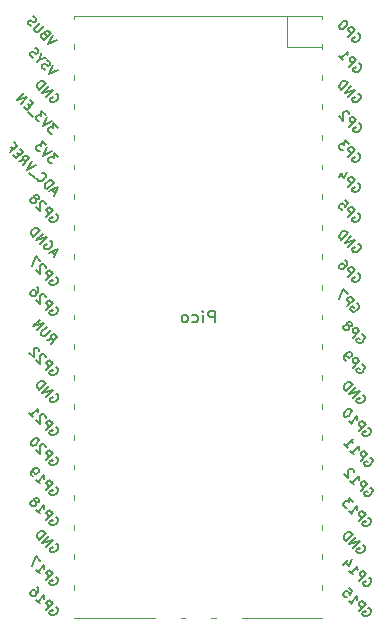
<source format=gbr>
%TF.GenerationSoftware,KiCad,Pcbnew,7.0.10+dfsg-1*%
%TF.CreationDate,2024-01-31T12:43:45+01:00*%
%TF.ProjectId,pcb_chibi,7063625f-6368-4696-9269-2e6b69636164,rev?*%
%TF.SameCoordinates,Original*%
%TF.FileFunction,Legend,Bot*%
%TF.FilePolarity,Positive*%
%FSLAX46Y46*%
G04 Gerber Fmt 4.6, Leading zero omitted, Abs format (unit mm)*
G04 Created by KiCad (PCBNEW 7.0.10+dfsg-1) date 2024-01-31 12:43:45*
%MOMM*%
%LPD*%
G01*
G04 APERTURE LIST*
%ADD10C,0.150000*%
%ADD11C,0.120000*%
G04 APERTURE END LIST*
D10*
X133215951Y-96889819D02*
X133215951Y-95889819D01*
X133215951Y-95889819D02*
X132834999Y-95889819D01*
X132834999Y-95889819D02*
X132739761Y-95937438D01*
X132739761Y-95937438D02*
X132692142Y-95985057D01*
X132692142Y-95985057D02*
X132644523Y-96080295D01*
X132644523Y-96080295D02*
X132644523Y-96223152D01*
X132644523Y-96223152D02*
X132692142Y-96318390D01*
X132692142Y-96318390D02*
X132739761Y-96366009D01*
X132739761Y-96366009D02*
X132834999Y-96413628D01*
X132834999Y-96413628D02*
X133215951Y-96413628D01*
X132215951Y-96889819D02*
X132215951Y-96223152D01*
X132215951Y-95889819D02*
X132263570Y-95937438D01*
X132263570Y-95937438D02*
X132215951Y-95985057D01*
X132215951Y-95985057D02*
X132168332Y-95937438D01*
X132168332Y-95937438D02*
X132215951Y-95889819D01*
X132215951Y-95889819D02*
X132215951Y-95985057D01*
X131311190Y-96842200D02*
X131406428Y-96889819D01*
X131406428Y-96889819D02*
X131596904Y-96889819D01*
X131596904Y-96889819D02*
X131692142Y-96842200D01*
X131692142Y-96842200D02*
X131739761Y-96794580D01*
X131739761Y-96794580D02*
X131787380Y-96699342D01*
X131787380Y-96699342D02*
X131787380Y-96413628D01*
X131787380Y-96413628D02*
X131739761Y-96318390D01*
X131739761Y-96318390D02*
X131692142Y-96270771D01*
X131692142Y-96270771D02*
X131596904Y-96223152D01*
X131596904Y-96223152D02*
X131406428Y-96223152D01*
X131406428Y-96223152D02*
X131311190Y-96270771D01*
X130739761Y-96889819D02*
X130834999Y-96842200D01*
X130834999Y-96842200D02*
X130882618Y-96794580D01*
X130882618Y-96794580D02*
X130930237Y-96699342D01*
X130930237Y-96699342D02*
X130930237Y-96413628D01*
X130930237Y-96413628D02*
X130882618Y-96318390D01*
X130882618Y-96318390D02*
X130834999Y-96270771D01*
X130834999Y-96270771D02*
X130739761Y-96223152D01*
X130739761Y-96223152D02*
X130596904Y-96223152D01*
X130596904Y-96223152D02*
X130501666Y-96270771D01*
X130501666Y-96270771D02*
X130454047Y-96318390D01*
X130454047Y-96318390D02*
X130406428Y-96413628D01*
X130406428Y-96413628D02*
X130406428Y-96699342D01*
X130406428Y-96699342D02*
X130454047Y-96794580D01*
X130454047Y-96794580D02*
X130501666Y-96842200D01*
X130501666Y-96842200D02*
X130596904Y-96889819D01*
X130596904Y-96889819D02*
X130739761Y-96889819D01*
X119737001Y-87681868D02*
X119817814Y-87708805D01*
X119817814Y-87708805D02*
X119898626Y-87789618D01*
X119898626Y-87789618D02*
X119952501Y-87897367D01*
X119952501Y-87897367D02*
X119952501Y-88005117D01*
X119952501Y-88005117D02*
X119925563Y-88085929D01*
X119925563Y-88085929D02*
X119844751Y-88220616D01*
X119844751Y-88220616D02*
X119763939Y-88301428D01*
X119763939Y-88301428D02*
X119629252Y-88382241D01*
X119629252Y-88382241D02*
X119548439Y-88409178D01*
X119548439Y-88409178D02*
X119440690Y-88409178D01*
X119440690Y-88409178D02*
X119332940Y-88355303D01*
X119332940Y-88355303D02*
X119279065Y-88301428D01*
X119279065Y-88301428D02*
X119225191Y-88193679D01*
X119225191Y-88193679D02*
X119225191Y-88139804D01*
X119225191Y-88139804D02*
X119413752Y-87951242D01*
X119413752Y-87951242D02*
X119521502Y-88058992D01*
X118928879Y-87951242D02*
X119494565Y-87385557D01*
X119494565Y-87385557D02*
X119279065Y-87170057D01*
X119279065Y-87170057D02*
X119198253Y-87143120D01*
X119198253Y-87143120D02*
X119144378Y-87143120D01*
X119144378Y-87143120D02*
X119063566Y-87170057D01*
X119063566Y-87170057D02*
X118982754Y-87250870D01*
X118982754Y-87250870D02*
X118955817Y-87331682D01*
X118955817Y-87331682D02*
X118955817Y-87385557D01*
X118955817Y-87385557D02*
X118982754Y-87466369D01*
X118982754Y-87466369D02*
X119198253Y-87681868D01*
X118901942Y-86900683D02*
X118901942Y-86846809D01*
X118901942Y-86846809D02*
X118875004Y-86765996D01*
X118875004Y-86765996D02*
X118740317Y-86631309D01*
X118740317Y-86631309D02*
X118659505Y-86604372D01*
X118659505Y-86604372D02*
X118605630Y-86604372D01*
X118605630Y-86604372D02*
X118524818Y-86631309D01*
X118524818Y-86631309D02*
X118470943Y-86685184D01*
X118470943Y-86685184D02*
X118417069Y-86792934D01*
X118417069Y-86792934D02*
X118417069Y-87439431D01*
X118417069Y-87439431D02*
X118066882Y-87089245D01*
X118066882Y-86442747D02*
X118147694Y-86469685D01*
X118147694Y-86469685D02*
X118201569Y-86469685D01*
X118201569Y-86469685D02*
X118282381Y-86442747D01*
X118282381Y-86442747D02*
X118309319Y-86415810D01*
X118309319Y-86415810D02*
X118336256Y-86334998D01*
X118336256Y-86334998D02*
X118336256Y-86281123D01*
X118336256Y-86281123D02*
X118309319Y-86200311D01*
X118309319Y-86200311D02*
X118201569Y-86092561D01*
X118201569Y-86092561D02*
X118120757Y-86065624D01*
X118120757Y-86065624D02*
X118066882Y-86065624D01*
X118066882Y-86065624D02*
X117986070Y-86092561D01*
X117986070Y-86092561D02*
X117959133Y-86119499D01*
X117959133Y-86119499D02*
X117932195Y-86200311D01*
X117932195Y-86200311D02*
X117932195Y-86254186D01*
X117932195Y-86254186D02*
X117959133Y-86334998D01*
X117959133Y-86334998D02*
X118066882Y-86442747D01*
X118066882Y-86442747D02*
X118093820Y-86523560D01*
X118093820Y-86523560D02*
X118093820Y-86577434D01*
X118093820Y-86577434D02*
X118066882Y-86658247D01*
X118066882Y-86658247D02*
X117959133Y-86765996D01*
X117959133Y-86765996D02*
X117878320Y-86792934D01*
X117878320Y-86792934D02*
X117824446Y-86792934D01*
X117824446Y-86792934D02*
X117743633Y-86765996D01*
X117743633Y-86765996D02*
X117635884Y-86658247D01*
X117635884Y-86658247D02*
X117608946Y-86577434D01*
X117608946Y-86577434D02*
X117608946Y-86523560D01*
X117608946Y-86523560D02*
X117635884Y-86442747D01*
X117635884Y-86442747D02*
X117743633Y-86334998D01*
X117743633Y-86334998D02*
X117824446Y-86308060D01*
X117824446Y-86308060D02*
X117878320Y-86308060D01*
X117878320Y-86308060D02*
X117959133Y-86334998D01*
X119737001Y-120955868D02*
X119817814Y-120982805D01*
X119817814Y-120982805D02*
X119898626Y-121063618D01*
X119898626Y-121063618D02*
X119952501Y-121171367D01*
X119952501Y-121171367D02*
X119952501Y-121279117D01*
X119952501Y-121279117D02*
X119925563Y-121359929D01*
X119925563Y-121359929D02*
X119844751Y-121494616D01*
X119844751Y-121494616D02*
X119763939Y-121575428D01*
X119763939Y-121575428D02*
X119629252Y-121656241D01*
X119629252Y-121656241D02*
X119548439Y-121683178D01*
X119548439Y-121683178D02*
X119440690Y-121683178D01*
X119440690Y-121683178D02*
X119332940Y-121629303D01*
X119332940Y-121629303D02*
X119279065Y-121575428D01*
X119279065Y-121575428D02*
X119225191Y-121467679D01*
X119225191Y-121467679D02*
X119225191Y-121413804D01*
X119225191Y-121413804D02*
X119413752Y-121225242D01*
X119413752Y-121225242D02*
X119521502Y-121332992D01*
X118928879Y-121225242D02*
X119494565Y-120659557D01*
X119494565Y-120659557D02*
X119279065Y-120444057D01*
X119279065Y-120444057D02*
X119198253Y-120417120D01*
X119198253Y-120417120D02*
X119144378Y-120417120D01*
X119144378Y-120417120D02*
X119063566Y-120444057D01*
X119063566Y-120444057D02*
X118982754Y-120524870D01*
X118982754Y-120524870D02*
X118955817Y-120605682D01*
X118955817Y-120605682D02*
X118955817Y-120659557D01*
X118955817Y-120659557D02*
X118982754Y-120740369D01*
X118982754Y-120740369D02*
X119198253Y-120955868D01*
X118066882Y-120363245D02*
X118390131Y-120686494D01*
X118228507Y-120524870D02*
X118794192Y-119959184D01*
X118794192Y-119959184D02*
X118767255Y-120093871D01*
X118767255Y-120093871D02*
X118767255Y-120201621D01*
X118767255Y-120201621D02*
X118794192Y-120282433D01*
X118147694Y-119312686D02*
X118255444Y-119420436D01*
X118255444Y-119420436D02*
X118282381Y-119501248D01*
X118282381Y-119501248D02*
X118282381Y-119555123D01*
X118282381Y-119555123D02*
X118255444Y-119689810D01*
X118255444Y-119689810D02*
X118174632Y-119824497D01*
X118174632Y-119824497D02*
X117959133Y-120039996D01*
X117959133Y-120039996D02*
X117878320Y-120066934D01*
X117878320Y-120066934D02*
X117824446Y-120066934D01*
X117824446Y-120066934D02*
X117743633Y-120039996D01*
X117743633Y-120039996D02*
X117635884Y-119932247D01*
X117635884Y-119932247D02*
X117608946Y-119851434D01*
X117608946Y-119851434D02*
X117608946Y-119797560D01*
X117608946Y-119797560D02*
X117635884Y-119716747D01*
X117635884Y-119716747D02*
X117770571Y-119582060D01*
X117770571Y-119582060D02*
X117851383Y-119555123D01*
X117851383Y-119555123D02*
X117905258Y-119555123D01*
X117905258Y-119555123D02*
X117986070Y-119582060D01*
X117986070Y-119582060D02*
X118093820Y-119689810D01*
X118093820Y-119689810D02*
X118120757Y-119770622D01*
X118120757Y-119770622D02*
X118120757Y-119824497D01*
X118120757Y-119824497D02*
X118093820Y-119905309D01*
X145321627Y-92746494D02*
X145402439Y-92773431D01*
X145402439Y-92773431D02*
X145483251Y-92854243D01*
X145483251Y-92854243D02*
X145537126Y-92961993D01*
X145537126Y-92961993D02*
X145537126Y-93069742D01*
X145537126Y-93069742D02*
X145510189Y-93150555D01*
X145510189Y-93150555D02*
X145429376Y-93285242D01*
X145429376Y-93285242D02*
X145348564Y-93366054D01*
X145348564Y-93366054D02*
X145213877Y-93446866D01*
X145213877Y-93446866D02*
X145133065Y-93473803D01*
X145133065Y-93473803D02*
X145025315Y-93473803D01*
X145025315Y-93473803D02*
X144917566Y-93419929D01*
X144917566Y-93419929D02*
X144863691Y-93366054D01*
X144863691Y-93366054D02*
X144809816Y-93258304D01*
X144809816Y-93258304D02*
X144809816Y-93204429D01*
X144809816Y-93204429D02*
X144998378Y-93015868D01*
X144998378Y-93015868D02*
X145106128Y-93123617D01*
X144513505Y-93015868D02*
X145079190Y-92450182D01*
X145079190Y-92450182D02*
X144863691Y-92234683D01*
X144863691Y-92234683D02*
X144782879Y-92207746D01*
X144782879Y-92207746D02*
X144729004Y-92207746D01*
X144729004Y-92207746D02*
X144648192Y-92234683D01*
X144648192Y-92234683D02*
X144567380Y-92315495D01*
X144567380Y-92315495D02*
X144540442Y-92396307D01*
X144540442Y-92396307D02*
X144540442Y-92450182D01*
X144540442Y-92450182D02*
X144567380Y-92530994D01*
X144567380Y-92530994D02*
X144782879Y-92746494D01*
X144271068Y-91642060D02*
X144378818Y-91749810D01*
X144378818Y-91749810D02*
X144405755Y-91830622D01*
X144405755Y-91830622D02*
X144405755Y-91884497D01*
X144405755Y-91884497D02*
X144378818Y-92019184D01*
X144378818Y-92019184D02*
X144298006Y-92153871D01*
X144298006Y-92153871D02*
X144082506Y-92369370D01*
X144082506Y-92369370D02*
X144001694Y-92396307D01*
X144001694Y-92396307D02*
X143947819Y-92396307D01*
X143947819Y-92396307D02*
X143867007Y-92369370D01*
X143867007Y-92369370D02*
X143759258Y-92261620D01*
X143759258Y-92261620D02*
X143732320Y-92180808D01*
X143732320Y-92180808D02*
X143732320Y-92126933D01*
X143732320Y-92126933D02*
X143759258Y-92046121D01*
X143759258Y-92046121D02*
X143893945Y-91911434D01*
X143893945Y-91911434D02*
X143974757Y-91884497D01*
X143974757Y-91884497D02*
X144028632Y-91884497D01*
X144028632Y-91884497D02*
X144109444Y-91911434D01*
X144109444Y-91911434D02*
X144217193Y-92019184D01*
X144217193Y-92019184D02*
X144244131Y-92099996D01*
X144244131Y-92099996D02*
X144244131Y-92153871D01*
X144244131Y-92153871D02*
X144217193Y-92234683D01*
X145421627Y-74956494D02*
X145502439Y-74983431D01*
X145502439Y-74983431D02*
X145583251Y-75064243D01*
X145583251Y-75064243D02*
X145637126Y-75171993D01*
X145637126Y-75171993D02*
X145637126Y-75279742D01*
X145637126Y-75279742D02*
X145610189Y-75360555D01*
X145610189Y-75360555D02*
X145529376Y-75495242D01*
X145529376Y-75495242D02*
X145448564Y-75576054D01*
X145448564Y-75576054D02*
X145313877Y-75656866D01*
X145313877Y-75656866D02*
X145233065Y-75683803D01*
X145233065Y-75683803D02*
X145125315Y-75683803D01*
X145125315Y-75683803D02*
X145017566Y-75629929D01*
X145017566Y-75629929D02*
X144963691Y-75576054D01*
X144963691Y-75576054D02*
X144909816Y-75468304D01*
X144909816Y-75468304D02*
X144909816Y-75414429D01*
X144909816Y-75414429D02*
X145098378Y-75225868D01*
X145098378Y-75225868D02*
X145206128Y-75333617D01*
X144613505Y-75225868D02*
X145179190Y-74660182D01*
X145179190Y-74660182D02*
X144963691Y-74444683D01*
X144963691Y-74444683D02*
X144882879Y-74417746D01*
X144882879Y-74417746D02*
X144829004Y-74417746D01*
X144829004Y-74417746D02*
X144748192Y-74444683D01*
X144748192Y-74444683D02*
X144667380Y-74525495D01*
X144667380Y-74525495D02*
X144640442Y-74606307D01*
X144640442Y-74606307D02*
X144640442Y-74660182D01*
X144640442Y-74660182D02*
X144667380Y-74740994D01*
X144667380Y-74740994D02*
X144882879Y-74956494D01*
X143751508Y-74363871D02*
X144074757Y-74687120D01*
X143913132Y-74525495D02*
X144478818Y-73959810D01*
X144478818Y-73959810D02*
X144451880Y-74094497D01*
X144451880Y-74094497D02*
X144451880Y-74202246D01*
X144451880Y-74202246D02*
X144478818Y-74283059D01*
X119881593Y-72962585D02*
X119127346Y-73339709D01*
X119127346Y-73339709D02*
X119504470Y-72585462D01*
X118857972Y-72477712D02*
X118750223Y-72423838D01*
X118750223Y-72423838D02*
X118696348Y-72423838D01*
X118696348Y-72423838D02*
X118615536Y-72450775D01*
X118615536Y-72450775D02*
X118534723Y-72531587D01*
X118534723Y-72531587D02*
X118507786Y-72612399D01*
X118507786Y-72612399D02*
X118507786Y-72666274D01*
X118507786Y-72666274D02*
X118534723Y-72747086D01*
X118534723Y-72747086D02*
X118750223Y-72962586D01*
X118750223Y-72962586D02*
X119315908Y-72396900D01*
X119315908Y-72396900D02*
X119127346Y-72208338D01*
X119127346Y-72208338D02*
X119046534Y-72181401D01*
X119046534Y-72181401D02*
X118992659Y-72181401D01*
X118992659Y-72181401D02*
X118911847Y-72208338D01*
X118911847Y-72208338D02*
X118857972Y-72262213D01*
X118857972Y-72262213D02*
X118831035Y-72343025D01*
X118831035Y-72343025D02*
X118831035Y-72396900D01*
X118831035Y-72396900D02*
X118857972Y-72477712D01*
X118857972Y-72477712D02*
X119046534Y-72666274D01*
X118750223Y-71831215D02*
X118292287Y-72289151D01*
X118292287Y-72289151D02*
X118211475Y-72316088D01*
X118211475Y-72316088D02*
X118157600Y-72316088D01*
X118157600Y-72316088D02*
X118076788Y-72289151D01*
X118076788Y-72289151D02*
X117969038Y-72181401D01*
X117969038Y-72181401D02*
X117942101Y-72100589D01*
X117942101Y-72100589D02*
X117942101Y-72046714D01*
X117942101Y-72046714D02*
X117969038Y-71965902D01*
X117969038Y-71965902D02*
X118426974Y-71507966D01*
X117645789Y-71804277D02*
X117538040Y-71750403D01*
X117538040Y-71750403D02*
X117403353Y-71615716D01*
X117403353Y-71615716D02*
X117376415Y-71534903D01*
X117376415Y-71534903D02*
X117376415Y-71481029D01*
X117376415Y-71481029D02*
X117403353Y-71400216D01*
X117403353Y-71400216D02*
X117457228Y-71346342D01*
X117457228Y-71346342D02*
X117538040Y-71319404D01*
X117538040Y-71319404D02*
X117591915Y-71319404D01*
X117591915Y-71319404D02*
X117672727Y-71346342D01*
X117672727Y-71346342D02*
X117807414Y-71427154D01*
X117807414Y-71427154D02*
X117888226Y-71454091D01*
X117888226Y-71454091D02*
X117942101Y-71454091D01*
X117942101Y-71454091D02*
X118022913Y-71427154D01*
X118022913Y-71427154D02*
X118076788Y-71373279D01*
X118076788Y-71373279D02*
X118103725Y-71292467D01*
X118103725Y-71292467D02*
X118103725Y-71238592D01*
X118103725Y-71238592D02*
X118076788Y-71157780D01*
X118076788Y-71157780D02*
X117942101Y-71023093D01*
X117942101Y-71023093D02*
X117834351Y-70969218D01*
X146371001Y-108340868D02*
X146451814Y-108367805D01*
X146451814Y-108367805D02*
X146532626Y-108448618D01*
X146532626Y-108448618D02*
X146586501Y-108556367D01*
X146586501Y-108556367D02*
X146586501Y-108664117D01*
X146586501Y-108664117D02*
X146559563Y-108744929D01*
X146559563Y-108744929D02*
X146478751Y-108879616D01*
X146478751Y-108879616D02*
X146397939Y-108960428D01*
X146397939Y-108960428D02*
X146263252Y-109041241D01*
X146263252Y-109041241D02*
X146182439Y-109068178D01*
X146182439Y-109068178D02*
X146074690Y-109068178D01*
X146074690Y-109068178D02*
X145966940Y-109014303D01*
X145966940Y-109014303D02*
X145913065Y-108960428D01*
X145913065Y-108960428D02*
X145859191Y-108852679D01*
X145859191Y-108852679D02*
X145859191Y-108798804D01*
X145859191Y-108798804D02*
X146047752Y-108610242D01*
X146047752Y-108610242D02*
X146155502Y-108717992D01*
X145562879Y-108610242D02*
X146128565Y-108044557D01*
X146128565Y-108044557D02*
X145913065Y-107829057D01*
X145913065Y-107829057D02*
X145832253Y-107802120D01*
X145832253Y-107802120D02*
X145778378Y-107802120D01*
X145778378Y-107802120D02*
X145697566Y-107829057D01*
X145697566Y-107829057D02*
X145616754Y-107909870D01*
X145616754Y-107909870D02*
X145589817Y-107990682D01*
X145589817Y-107990682D02*
X145589817Y-108044557D01*
X145589817Y-108044557D02*
X145616754Y-108125369D01*
X145616754Y-108125369D02*
X145832253Y-108340868D01*
X144700882Y-107748245D02*
X145024131Y-108071494D01*
X144862507Y-107909870D02*
X145428192Y-107344184D01*
X145428192Y-107344184D02*
X145401255Y-107478871D01*
X145401255Y-107478871D02*
X145401255Y-107586621D01*
X145401255Y-107586621D02*
X145428192Y-107667433D01*
X144162134Y-107209497D02*
X144485383Y-107532746D01*
X144323759Y-107371121D02*
X144889444Y-106805436D01*
X144889444Y-106805436D02*
X144862507Y-106940123D01*
X144862507Y-106940123D02*
X144862507Y-107047873D01*
X144862507Y-107047873D02*
X144889444Y-107128685D01*
X145321627Y-82586494D02*
X145402439Y-82613431D01*
X145402439Y-82613431D02*
X145483251Y-82694243D01*
X145483251Y-82694243D02*
X145537126Y-82801993D01*
X145537126Y-82801993D02*
X145537126Y-82909742D01*
X145537126Y-82909742D02*
X145510189Y-82990555D01*
X145510189Y-82990555D02*
X145429376Y-83125242D01*
X145429376Y-83125242D02*
X145348564Y-83206054D01*
X145348564Y-83206054D02*
X145213877Y-83286866D01*
X145213877Y-83286866D02*
X145133065Y-83313803D01*
X145133065Y-83313803D02*
X145025315Y-83313803D01*
X145025315Y-83313803D02*
X144917566Y-83259929D01*
X144917566Y-83259929D02*
X144863691Y-83206054D01*
X144863691Y-83206054D02*
X144809816Y-83098304D01*
X144809816Y-83098304D02*
X144809816Y-83044429D01*
X144809816Y-83044429D02*
X144998378Y-82855868D01*
X144998378Y-82855868D02*
X145106128Y-82963617D01*
X144513505Y-82855868D02*
X145079190Y-82290182D01*
X145079190Y-82290182D02*
X144863691Y-82074683D01*
X144863691Y-82074683D02*
X144782879Y-82047746D01*
X144782879Y-82047746D02*
X144729004Y-82047746D01*
X144729004Y-82047746D02*
X144648192Y-82074683D01*
X144648192Y-82074683D02*
X144567380Y-82155495D01*
X144567380Y-82155495D02*
X144540442Y-82236307D01*
X144540442Y-82236307D02*
X144540442Y-82290182D01*
X144540442Y-82290182D02*
X144567380Y-82370994D01*
X144567380Y-82370994D02*
X144782879Y-82586494D01*
X144567380Y-81778372D02*
X144217193Y-81428185D01*
X144217193Y-81428185D02*
X144190256Y-81832246D01*
X144190256Y-81832246D02*
X144109444Y-81751434D01*
X144109444Y-81751434D02*
X144028632Y-81724497D01*
X144028632Y-81724497D02*
X143974757Y-81724497D01*
X143974757Y-81724497D02*
X143893945Y-81751434D01*
X143893945Y-81751434D02*
X143759258Y-81886121D01*
X143759258Y-81886121D02*
X143732320Y-81966933D01*
X143732320Y-81966933D02*
X143732320Y-82020808D01*
X143732320Y-82020808D02*
X143759258Y-82101620D01*
X143759258Y-82101620D02*
X143920882Y-82263245D01*
X143920882Y-82263245D02*
X144001694Y-82290182D01*
X144001694Y-82290182D02*
X144055569Y-82290182D01*
X119748564Y-115633431D02*
X119829376Y-115660368D01*
X119829376Y-115660368D02*
X119910188Y-115741180D01*
X119910188Y-115741180D02*
X119964063Y-115848930D01*
X119964063Y-115848930D02*
X119964063Y-115956680D01*
X119964063Y-115956680D02*
X119937126Y-116037492D01*
X119937126Y-116037492D02*
X119856314Y-116172179D01*
X119856314Y-116172179D02*
X119775501Y-116252991D01*
X119775501Y-116252991D02*
X119640814Y-116333803D01*
X119640814Y-116333803D02*
X119560002Y-116360741D01*
X119560002Y-116360741D02*
X119452253Y-116360741D01*
X119452253Y-116360741D02*
X119344503Y-116306866D01*
X119344503Y-116306866D02*
X119290628Y-116252991D01*
X119290628Y-116252991D02*
X119236753Y-116145241D01*
X119236753Y-116145241D02*
X119236753Y-116091367D01*
X119236753Y-116091367D02*
X119425315Y-115902805D01*
X119425315Y-115902805D02*
X119533065Y-116010554D01*
X118940442Y-115902805D02*
X119506127Y-115337119D01*
X119506127Y-115337119D02*
X118617193Y-115579556D01*
X118617193Y-115579556D02*
X119182879Y-115013871D01*
X118347819Y-115310182D02*
X118913505Y-114744497D01*
X118913505Y-114744497D02*
X118778818Y-114609810D01*
X118778818Y-114609810D02*
X118671068Y-114555935D01*
X118671068Y-114555935D02*
X118563319Y-114555935D01*
X118563319Y-114555935D02*
X118482506Y-114582872D01*
X118482506Y-114582872D02*
X118347819Y-114663685D01*
X118347819Y-114663685D02*
X118267007Y-114744497D01*
X118267007Y-114744497D02*
X118186195Y-114879184D01*
X118186195Y-114879184D02*
X118159258Y-114959996D01*
X118159258Y-114959996D02*
X118159258Y-115067746D01*
X118159258Y-115067746D02*
X118213132Y-115175495D01*
X118213132Y-115175495D02*
X118347819Y-115310182D01*
X146225001Y-113420868D02*
X146305814Y-113447805D01*
X146305814Y-113447805D02*
X146386626Y-113528618D01*
X146386626Y-113528618D02*
X146440501Y-113636367D01*
X146440501Y-113636367D02*
X146440501Y-113744117D01*
X146440501Y-113744117D02*
X146413563Y-113824929D01*
X146413563Y-113824929D02*
X146332751Y-113959616D01*
X146332751Y-113959616D02*
X146251939Y-114040428D01*
X146251939Y-114040428D02*
X146117252Y-114121241D01*
X146117252Y-114121241D02*
X146036439Y-114148178D01*
X146036439Y-114148178D02*
X145928690Y-114148178D01*
X145928690Y-114148178D02*
X145820940Y-114094303D01*
X145820940Y-114094303D02*
X145767065Y-114040428D01*
X145767065Y-114040428D02*
X145713191Y-113932679D01*
X145713191Y-113932679D02*
X145713191Y-113878804D01*
X145713191Y-113878804D02*
X145901752Y-113690242D01*
X145901752Y-113690242D02*
X146009502Y-113797992D01*
X145416879Y-113690242D02*
X145982565Y-113124557D01*
X145982565Y-113124557D02*
X145767065Y-112909057D01*
X145767065Y-112909057D02*
X145686253Y-112882120D01*
X145686253Y-112882120D02*
X145632378Y-112882120D01*
X145632378Y-112882120D02*
X145551566Y-112909057D01*
X145551566Y-112909057D02*
X145470754Y-112989870D01*
X145470754Y-112989870D02*
X145443817Y-113070682D01*
X145443817Y-113070682D02*
X145443817Y-113124557D01*
X145443817Y-113124557D02*
X145470754Y-113205369D01*
X145470754Y-113205369D02*
X145686253Y-113420868D01*
X144554882Y-112828245D02*
X144878131Y-113151494D01*
X144716507Y-112989870D02*
X145282192Y-112424184D01*
X145282192Y-112424184D02*
X145255255Y-112558871D01*
X145255255Y-112558871D02*
X145255255Y-112666621D01*
X145255255Y-112666621D02*
X145282192Y-112747433D01*
X144932006Y-112073998D02*
X144581820Y-111723812D01*
X144581820Y-111723812D02*
X144554882Y-112127873D01*
X144554882Y-112127873D02*
X144474070Y-112047060D01*
X144474070Y-112047060D02*
X144393258Y-112020123D01*
X144393258Y-112020123D02*
X144339383Y-112020123D01*
X144339383Y-112020123D02*
X144258571Y-112047060D01*
X144258571Y-112047060D02*
X144123884Y-112181747D01*
X144123884Y-112181747D02*
X144096946Y-112262560D01*
X144096946Y-112262560D02*
X144096946Y-112316434D01*
X144096946Y-112316434D02*
X144123884Y-112397247D01*
X144123884Y-112397247D02*
X144285508Y-112558871D01*
X144285508Y-112558871D02*
X144366320Y-112585808D01*
X144366320Y-112585808D02*
X144420195Y-112585808D01*
X146225001Y-105800868D02*
X146305814Y-105827805D01*
X146305814Y-105827805D02*
X146386626Y-105908618D01*
X146386626Y-105908618D02*
X146440501Y-106016367D01*
X146440501Y-106016367D02*
X146440501Y-106124117D01*
X146440501Y-106124117D02*
X146413563Y-106204929D01*
X146413563Y-106204929D02*
X146332751Y-106339616D01*
X146332751Y-106339616D02*
X146251939Y-106420428D01*
X146251939Y-106420428D02*
X146117252Y-106501241D01*
X146117252Y-106501241D02*
X146036439Y-106528178D01*
X146036439Y-106528178D02*
X145928690Y-106528178D01*
X145928690Y-106528178D02*
X145820940Y-106474303D01*
X145820940Y-106474303D02*
X145767065Y-106420428D01*
X145767065Y-106420428D02*
X145713191Y-106312679D01*
X145713191Y-106312679D02*
X145713191Y-106258804D01*
X145713191Y-106258804D02*
X145901752Y-106070242D01*
X145901752Y-106070242D02*
X146009502Y-106177992D01*
X145416879Y-106070242D02*
X145982565Y-105504557D01*
X145982565Y-105504557D02*
X145767065Y-105289057D01*
X145767065Y-105289057D02*
X145686253Y-105262120D01*
X145686253Y-105262120D02*
X145632378Y-105262120D01*
X145632378Y-105262120D02*
X145551566Y-105289057D01*
X145551566Y-105289057D02*
X145470754Y-105369870D01*
X145470754Y-105369870D02*
X145443817Y-105450682D01*
X145443817Y-105450682D02*
X145443817Y-105504557D01*
X145443817Y-105504557D02*
X145470754Y-105585369D01*
X145470754Y-105585369D02*
X145686253Y-105800868D01*
X144554882Y-105208245D02*
X144878131Y-105531494D01*
X144716507Y-105369870D02*
X145282192Y-104804184D01*
X145282192Y-104804184D02*
X145255255Y-104938871D01*
X145255255Y-104938871D02*
X145255255Y-105046621D01*
X145255255Y-105046621D02*
X145282192Y-105127433D01*
X144770381Y-104292373D02*
X144716507Y-104238499D01*
X144716507Y-104238499D02*
X144635694Y-104211561D01*
X144635694Y-104211561D02*
X144581820Y-104211561D01*
X144581820Y-104211561D02*
X144501007Y-104238499D01*
X144501007Y-104238499D02*
X144366320Y-104319311D01*
X144366320Y-104319311D02*
X144231633Y-104453998D01*
X144231633Y-104453998D02*
X144150821Y-104588685D01*
X144150821Y-104588685D02*
X144123884Y-104669497D01*
X144123884Y-104669497D02*
X144123884Y-104723372D01*
X144123884Y-104723372D02*
X144150821Y-104804184D01*
X144150821Y-104804184D02*
X144204696Y-104858059D01*
X144204696Y-104858059D02*
X144285508Y-104884996D01*
X144285508Y-104884996D02*
X144339383Y-104884996D01*
X144339383Y-104884996D02*
X144420195Y-104858059D01*
X144420195Y-104858059D02*
X144554882Y-104777247D01*
X144554882Y-104777247D02*
X144689569Y-104642560D01*
X144689569Y-104642560D02*
X144770381Y-104507873D01*
X144770381Y-104507873D02*
X144797319Y-104427060D01*
X144797319Y-104427060D02*
X144797319Y-104373186D01*
X144797319Y-104373186D02*
X144770381Y-104292373D01*
X145348564Y-90233431D02*
X145429376Y-90260368D01*
X145429376Y-90260368D02*
X145510188Y-90341180D01*
X145510188Y-90341180D02*
X145564063Y-90448930D01*
X145564063Y-90448930D02*
X145564063Y-90556680D01*
X145564063Y-90556680D02*
X145537126Y-90637492D01*
X145537126Y-90637492D02*
X145456314Y-90772179D01*
X145456314Y-90772179D02*
X145375501Y-90852991D01*
X145375501Y-90852991D02*
X145240814Y-90933803D01*
X145240814Y-90933803D02*
X145160002Y-90960741D01*
X145160002Y-90960741D02*
X145052253Y-90960741D01*
X145052253Y-90960741D02*
X144944503Y-90906866D01*
X144944503Y-90906866D02*
X144890628Y-90852991D01*
X144890628Y-90852991D02*
X144836753Y-90745241D01*
X144836753Y-90745241D02*
X144836753Y-90691367D01*
X144836753Y-90691367D02*
X145025315Y-90502805D01*
X145025315Y-90502805D02*
X145133065Y-90610554D01*
X144540442Y-90502805D02*
X145106127Y-89937119D01*
X145106127Y-89937119D02*
X144217193Y-90179556D01*
X144217193Y-90179556D02*
X144782879Y-89613871D01*
X143947819Y-89910182D02*
X144513505Y-89344497D01*
X144513505Y-89344497D02*
X144378818Y-89209810D01*
X144378818Y-89209810D02*
X144271068Y-89155935D01*
X144271068Y-89155935D02*
X144163319Y-89155935D01*
X144163319Y-89155935D02*
X144082506Y-89182872D01*
X144082506Y-89182872D02*
X143947819Y-89263685D01*
X143947819Y-89263685D02*
X143867007Y-89344497D01*
X143867007Y-89344497D02*
X143786195Y-89479184D01*
X143786195Y-89479184D02*
X143759258Y-89559996D01*
X143759258Y-89559996D02*
X143759258Y-89667746D01*
X143759258Y-89667746D02*
X143813132Y-89775495D01*
X143813132Y-89775495D02*
X143947819Y-89910182D01*
X119737001Y-95555868D02*
X119817814Y-95582805D01*
X119817814Y-95582805D02*
X119898626Y-95663618D01*
X119898626Y-95663618D02*
X119952501Y-95771367D01*
X119952501Y-95771367D02*
X119952501Y-95879117D01*
X119952501Y-95879117D02*
X119925563Y-95959929D01*
X119925563Y-95959929D02*
X119844751Y-96094616D01*
X119844751Y-96094616D02*
X119763939Y-96175428D01*
X119763939Y-96175428D02*
X119629252Y-96256241D01*
X119629252Y-96256241D02*
X119548439Y-96283178D01*
X119548439Y-96283178D02*
X119440690Y-96283178D01*
X119440690Y-96283178D02*
X119332940Y-96229303D01*
X119332940Y-96229303D02*
X119279065Y-96175428D01*
X119279065Y-96175428D02*
X119225191Y-96067679D01*
X119225191Y-96067679D02*
X119225191Y-96013804D01*
X119225191Y-96013804D02*
X119413752Y-95825242D01*
X119413752Y-95825242D02*
X119521502Y-95932992D01*
X118928879Y-95825242D02*
X119494565Y-95259557D01*
X119494565Y-95259557D02*
X119279065Y-95044057D01*
X119279065Y-95044057D02*
X119198253Y-95017120D01*
X119198253Y-95017120D02*
X119144378Y-95017120D01*
X119144378Y-95017120D02*
X119063566Y-95044057D01*
X119063566Y-95044057D02*
X118982754Y-95124870D01*
X118982754Y-95124870D02*
X118955817Y-95205682D01*
X118955817Y-95205682D02*
X118955817Y-95259557D01*
X118955817Y-95259557D02*
X118982754Y-95340369D01*
X118982754Y-95340369D02*
X119198253Y-95555868D01*
X118901942Y-94774683D02*
X118901942Y-94720809D01*
X118901942Y-94720809D02*
X118875004Y-94639996D01*
X118875004Y-94639996D02*
X118740317Y-94505309D01*
X118740317Y-94505309D02*
X118659505Y-94478372D01*
X118659505Y-94478372D02*
X118605630Y-94478372D01*
X118605630Y-94478372D02*
X118524818Y-94505309D01*
X118524818Y-94505309D02*
X118470943Y-94559184D01*
X118470943Y-94559184D02*
X118417069Y-94666934D01*
X118417069Y-94666934D02*
X118417069Y-95313431D01*
X118417069Y-95313431D02*
X118066882Y-94963245D01*
X118147694Y-93912686D02*
X118255444Y-94020436D01*
X118255444Y-94020436D02*
X118282381Y-94101248D01*
X118282381Y-94101248D02*
X118282381Y-94155123D01*
X118282381Y-94155123D02*
X118255444Y-94289810D01*
X118255444Y-94289810D02*
X118174632Y-94424497D01*
X118174632Y-94424497D02*
X117959133Y-94639996D01*
X117959133Y-94639996D02*
X117878320Y-94666934D01*
X117878320Y-94666934D02*
X117824446Y-94666934D01*
X117824446Y-94666934D02*
X117743633Y-94639996D01*
X117743633Y-94639996D02*
X117635884Y-94532247D01*
X117635884Y-94532247D02*
X117608946Y-94451434D01*
X117608946Y-94451434D02*
X117608946Y-94397560D01*
X117608946Y-94397560D02*
X117635884Y-94316747D01*
X117635884Y-94316747D02*
X117770571Y-94182060D01*
X117770571Y-94182060D02*
X117851383Y-94155123D01*
X117851383Y-94155123D02*
X117905258Y-94155123D01*
X117905258Y-94155123D02*
X117986070Y-94182060D01*
X117986070Y-94182060D02*
X118093820Y-94289810D01*
X118093820Y-94289810D02*
X118120757Y-94370622D01*
X118120757Y-94370622D02*
X118120757Y-94424497D01*
X118120757Y-94424497D02*
X118093820Y-94505309D01*
X146225001Y-121040868D02*
X146305814Y-121067805D01*
X146305814Y-121067805D02*
X146386626Y-121148618D01*
X146386626Y-121148618D02*
X146440501Y-121256367D01*
X146440501Y-121256367D02*
X146440501Y-121364117D01*
X146440501Y-121364117D02*
X146413563Y-121444929D01*
X146413563Y-121444929D02*
X146332751Y-121579616D01*
X146332751Y-121579616D02*
X146251939Y-121660428D01*
X146251939Y-121660428D02*
X146117252Y-121741241D01*
X146117252Y-121741241D02*
X146036439Y-121768178D01*
X146036439Y-121768178D02*
X145928690Y-121768178D01*
X145928690Y-121768178D02*
X145820940Y-121714303D01*
X145820940Y-121714303D02*
X145767065Y-121660428D01*
X145767065Y-121660428D02*
X145713191Y-121552679D01*
X145713191Y-121552679D02*
X145713191Y-121498804D01*
X145713191Y-121498804D02*
X145901752Y-121310242D01*
X145901752Y-121310242D02*
X146009502Y-121417992D01*
X145416879Y-121310242D02*
X145982565Y-120744557D01*
X145982565Y-120744557D02*
X145767065Y-120529057D01*
X145767065Y-120529057D02*
X145686253Y-120502120D01*
X145686253Y-120502120D02*
X145632378Y-120502120D01*
X145632378Y-120502120D02*
X145551566Y-120529057D01*
X145551566Y-120529057D02*
X145470754Y-120609870D01*
X145470754Y-120609870D02*
X145443817Y-120690682D01*
X145443817Y-120690682D02*
X145443817Y-120744557D01*
X145443817Y-120744557D02*
X145470754Y-120825369D01*
X145470754Y-120825369D02*
X145686253Y-121040868D01*
X144554882Y-120448245D02*
X144878131Y-120771494D01*
X144716507Y-120609870D02*
X145282192Y-120044184D01*
X145282192Y-120044184D02*
X145255255Y-120178871D01*
X145255255Y-120178871D02*
X145255255Y-120286621D01*
X145255255Y-120286621D02*
X145282192Y-120367433D01*
X144608757Y-119370749D02*
X144878131Y-119640123D01*
X144878131Y-119640123D02*
X144635694Y-119936434D01*
X144635694Y-119936434D02*
X144635694Y-119882560D01*
X144635694Y-119882560D02*
X144608757Y-119801747D01*
X144608757Y-119801747D02*
X144474070Y-119667060D01*
X144474070Y-119667060D02*
X144393258Y-119640123D01*
X144393258Y-119640123D02*
X144339383Y-119640123D01*
X144339383Y-119640123D02*
X144258571Y-119667060D01*
X144258571Y-119667060D02*
X144123884Y-119801747D01*
X144123884Y-119801747D02*
X144096946Y-119882560D01*
X144096946Y-119882560D02*
X144096946Y-119936434D01*
X144096946Y-119936434D02*
X144123884Y-120017247D01*
X144123884Y-120017247D02*
X144258571Y-120151934D01*
X144258571Y-120151934D02*
X144339383Y-120178871D01*
X144339383Y-120178871D02*
X144393258Y-120178871D01*
X146371001Y-110880868D02*
X146451814Y-110907805D01*
X146451814Y-110907805D02*
X146532626Y-110988618D01*
X146532626Y-110988618D02*
X146586501Y-111096367D01*
X146586501Y-111096367D02*
X146586501Y-111204117D01*
X146586501Y-111204117D02*
X146559563Y-111284929D01*
X146559563Y-111284929D02*
X146478751Y-111419616D01*
X146478751Y-111419616D02*
X146397939Y-111500428D01*
X146397939Y-111500428D02*
X146263252Y-111581241D01*
X146263252Y-111581241D02*
X146182439Y-111608178D01*
X146182439Y-111608178D02*
X146074690Y-111608178D01*
X146074690Y-111608178D02*
X145966940Y-111554303D01*
X145966940Y-111554303D02*
X145913065Y-111500428D01*
X145913065Y-111500428D02*
X145859191Y-111392679D01*
X145859191Y-111392679D02*
X145859191Y-111338804D01*
X145859191Y-111338804D02*
X146047752Y-111150242D01*
X146047752Y-111150242D02*
X146155502Y-111257992D01*
X145562879Y-111150242D02*
X146128565Y-110584557D01*
X146128565Y-110584557D02*
X145913065Y-110369057D01*
X145913065Y-110369057D02*
X145832253Y-110342120D01*
X145832253Y-110342120D02*
X145778378Y-110342120D01*
X145778378Y-110342120D02*
X145697566Y-110369057D01*
X145697566Y-110369057D02*
X145616754Y-110449870D01*
X145616754Y-110449870D02*
X145589817Y-110530682D01*
X145589817Y-110530682D02*
X145589817Y-110584557D01*
X145589817Y-110584557D02*
X145616754Y-110665369D01*
X145616754Y-110665369D02*
X145832253Y-110880868D01*
X144700882Y-110288245D02*
X145024131Y-110611494D01*
X144862507Y-110449870D02*
X145428192Y-109884184D01*
X145428192Y-109884184D02*
X145401255Y-110018871D01*
X145401255Y-110018871D02*
X145401255Y-110126621D01*
X145401255Y-110126621D02*
X145428192Y-110207433D01*
X144997194Y-109560935D02*
X144997194Y-109507060D01*
X144997194Y-109507060D02*
X144970256Y-109426248D01*
X144970256Y-109426248D02*
X144835569Y-109291561D01*
X144835569Y-109291561D02*
X144754757Y-109264624D01*
X144754757Y-109264624D02*
X144700882Y-109264624D01*
X144700882Y-109264624D02*
X144620070Y-109291561D01*
X144620070Y-109291561D02*
X144566195Y-109345436D01*
X144566195Y-109345436D02*
X144512320Y-109453186D01*
X144512320Y-109453186D02*
X144512320Y-110099683D01*
X144512320Y-110099683D02*
X144162134Y-109749497D01*
X119748564Y-102933431D02*
X119829376Y-102960368D01*
X119829376Y-102960368D02*
X119910188Y-103041180D01*
X119910188Y-103041180D02*
X119964063Y-103148930D01*
X119964063Y-103148930D02*
X119964063Y-103256680D01*
X119964063Y-103256680D02*
X119937126Y-103337492D01*
X119937126Y-103337492D02*
X119856314Y-103472179D01*
X119856314Y-103472179D02*
X119775501Y-103552991D01*
X119775501Y-103552991D02*
X119640814Y-103633803D01*
X119640814Y-103633803D02*
X119560002Y-103660741D01*
X119560002Y-103660741D02*
X119452253Y-103660741D01*
X119452253Y-103660741D02*
X119344503Y-103606866D01*
X119344503Y-103606866D02*
X119290628Y-103552991D01*
X119290628Y-103552991D02*
X119236753Y-103445241D01*
X119236753Y-103445241D02*
X119236753Y-103391367D01*
X119236753Y-103391367D02*
X119425315Y-103202805D01*
X119425315Y-103202805D02*
X119533065Y-103310554D01*
X118940442Y-103202805D02*
X119506127Y-102637119D01*
X119506127Y-102637119D02*
X118617193Y-102879556D01*
X118617193Y-102879556D02*
X119182879Y-102313871D01*
X118347819Y-102610182D02*
X118913505Y-102044497D01*
X118913505Y-102044497D02*
X118778818Y-101909810D01*
X118778818Y-101909810D02*
X118671068Y-101855935D01*
X118671068Y-101855935D02*
X118563319Y-101855935D01*
X118563319Y-101855935D02*
X118482506Y-101882872D01*
X118482506Y-101882872D02*
X118347819Y-101963685D01*
X118347819Y-101963685D02*
X118267007Y-102044497D01*
X118267007Y-102044497D02*
X118186195Y-102179184D01*
X118186195Y-102179184D02*
X118159258Y-102259996D01*
X118159258Y-102259996D02*
X118159258Y-102367746D01*
X118159258Y-102367746D02*
X118213132Y-102475495D01*
X118213132Y-102475495D02*
X118347819Y-102610182D01*
X146271001Y-118500868D02*
X146351814Y-118527805D01*
X146351814Y-118527805D02*
X146432626Y-118608618D01*
X146432626Y-118608618D02*
X146486501Y-118716367D01*
X146486501Y-118716367D02*
X146486501Y-118824117D01*
X146486501Y-118824117D02*
X146459563Y-118904929D01*
X146459563Y-118904929D02*
X146378751Y-119039616D01*
X146378751Y-119039616D02*
X146297939Y-119120428D01*
X146297939Y-119120428D02*
X146163252Y-119201241D01*
X146163252Y-119201241D02*
X146082439Y-119228178D01*
X146082439Y-119228178D02*
X145974690Y-119228178D01*
X145974690Y-119228178D02*
X145866940Y-119174303D01*
X145866940Y-119174303D02*
X145813065Y-119120428D01*
X145813065Y-119120428D02*
X145759191Y-119012679D01*
X145759191Y-119012679D02*
X145759191Y-118958804D01*
X145759191Y-118958804D02*
X145947752Y-118770242D01*
X145947752Y-118770242D02*
X146055502Y-118877992D01*
X145462879Y-118770242D02*
X146028565Y-118204557D01*
X146028565Y-118204557D02*
X145813065Y-117989057D01*
X145813065Y-117989057D02*
X145732253Y-117962120D01*
X145732253Y-117962120D02*
X145678378Y-117962120D01*
X145678378Y-117962120D02*
X145597566Y-117989057D01*
X145597566Y-117989057D02*
X145516754Y-118069870D01*
X145516754Y-118069870D02*
X145489817Y-118150682D01*
X145489817Y-118150682D02*
X145489817Y-118204557D01*
X145489817Y-118204557D02*
X145516754Y-118285369D01*
X145516754Y-118285369D02*
X145732253Y-118500868D01*
X144600882Y-117908245D02*
X144924131Y-118231494D01*
X144762507Y-118069870D02*
X145328192Y-117504184D01*
X145328192Y-117504184D02*
X145301255Y-117638871D01*
X145301255Y-117638871D02*
X145301255Y-117746621D01*
X145301255Y-117746621D02*
X145328192Y-117827433D01*
X144493133Y-117046248D02*
X144116009Y-117423372D01*
X144843319Y-116965436D02*
X144573945Y-117504184D01*
X144573945Y-117504184D02*
X144223759Y-117153998D01*
X145321627Y-85126494D02*
X145402439Y-85153431D01*
X145402439Y-85153431D02*
X145483251Y-85234243D01*
X145483251Y-85234243D02*
X145537126Y-85341993D01*
X145537126Y-85341993D02*
X145537126Y-85449742D01*
X145537126Y-85449742D02*
X145510189Y-85530555D01*
X145510189Y-85530555D02*
X145429376Y-85665242D01*
X145429376Y-85665242D02*
X145348564Y-85746054D01*
X145348564Y-85746054D02*
X145213877Y-85826866D01*
X145213877Y-85826866D02*
X145133065Y-85853803D01*
X145133065Y-85853803D02*
X145025315Y-85853803D01*
X145025315Y-85853803D02*
X144917566Y-85799929D01*
X144917566Y-85799929D02*
X144863691Y-85746054D01*
X144863691Y-85746054D02*
X144809816Y-85638304D01*
X144809816Y-85638304D02*
X144809816Y-85584429D01*
X144809816Y-85584429D02*
X144998378Y-85395868D01*
X144998378Y-85395868D02*
X145106128Y-85503617D01*
X144513505Y-85395868D02*
X145079190Y-84830182D01*
X145079190Y-84830182D02*
X144863691Y-84614683D01*
X144863691Y-84614683D02*
X144782879Y-84587746D01*
X144782879Y-84587746D02*
X144729004Y-84587746D01*
X144729004Y-84587746D02*
X144648192Y-84614683D01*
X144648192Y-84614683D02*
X144567380Y-84695495D01*
X144567380Y-84695495D02*
X144540442Y-84776307D01*
X144540442Y-84776307D02*
X144540442Y-84830182D01*
X144540442Y-84830182D02*
X144567380Y-84910994D01*
X144567380Y-84910994D02*
X144782879Y-85126494D01*
X144082506Y-84210622D02*
X143705383Y-84587746D01*
X144432693Y-84129810D02*
X144163319Y-84668558D01*
X144163319Y-84668558D02*
X143813132Y-84318372D01*
X119679935Y-85969049D02*
X119410561Y-85699675D01*
X119572186Y-86184549D02*
X119949309Y-85430301D01*
X119949309Y-85430301D02*
X119195062Y-85807425D01*
X119006500Y-85618863D02*
X119572186Y-85053178D01*
X119572186Y-85053178D02*
X119437499Y-84918491D01*
X119437499Y-84918491D02*
X119329749Y-84864616D01*
X119329749Y-84864616D02*
X119222000Y-84864616D01*
X119222000Y-84864616D02*
X119141187Y-84891553D01*
X119141187Y-84891553D02*
X119006500Y-84972366D01*
X119006500Y-84972366D02*
X118925688Y-85053178D01*
X118925688Y-85053178D02*
X118844876Y-85187865D01*
X118844876Y-85187865D02*
X118817939Y-85268677D01*
X118817939Y-85268677D02*
X118817939Y-85376427D01*
X118817939Y-85376427D02*
X118871813Y-85484176D01*
X118871813Y-85484176D02*
X119006500Y-85618863D01*
X118171441Y-84676054D02*
X118171441Y-84729929D01*
X118171441Y-84729929D02*
X118225316Y-84837679D01*
X118225316Y-84837679D02*
X118279191Y-84891553D01*
X118279191Y-84891553D02*
X118386940Y-84945428D01*
X118386940Y-84945428D02*
X118494690Y-84945428D01*
X118494690Y-84945428D02*
X118575502Y-84918491D01*
X118575502Y-84918491D02*
X118710189Y-84837679D01*
X118710189Y-84837679D02*
X118791001Y-84756866D01*
X118791001Y-84756866D02*
X118871813Y-84622179D01*
X118871813Y-84622179D02*
X118898751Y-84541367D01*
X118898751Y-84541367D02*
X118898751Y-84433618D01*
X118898751Y-84433618D02*
X118844876Y-84325868D01*
X118844876Y-84325868D02*
X118791001Y-84271993D01*
X118791001Y-84271993D02*
X118683252Y-84218118D01*
X118683252Y-84218118D02*
X118629377Y-84218118D01*
X117955942Y-84676054D02*
X117524943Y-84245056D01*
X118090629Y-83571621D02*
X117336381Y-83948744D01*
X117336381Y-83948744D02*
X117713505Y-83194497D01*
X116636009Y-83248372D02*
X117093945Y-83167560D01*
X116959258Y-83571621D02*
X117524943Y-83005935D01*
X117524943Y-83005935D02*
X117309444Y-82790436D01*
X117309444Y-82790436D02*
X117228632Y-82763499D01*
X117228632Y-82763499D02*
X117174757Y-82763499D01*
X117174757Y-82763499D02*
X117093945Y-82790436D01*
X117093945Y-82790436D02*
X117013133Y-82871248D01*
X117013133Y-82871248D02*
X116986195Y-82952061D01*
X116986195Y-82952061D02*
X116986195Y-83005935D01*
X116986195Y-83005935D02*
X117013133Y-83086748D01*
X117013133Y-83086748D02*
X117228632Y-83302247D01*
X116689884Y-82709624D02*
X116501322Y-82521062D01*
X116124199Y-82736561D02*
X116393573Y-83005935D01*
X116393573Y-83005935D02*
X116959258Y-82440250D01*
X116959258Y-82440250D02*
X116689884Y-82170876D01*
X115989511Y-82009251D02*
X116178073Y-82197813D01*
X115881762Y-82494125D02*
X116447447Y-81928439D01*
X116447447Y-81928439D02*
X116178073Y-81659065D01*
X119737001Y-93025868D02*
X119817814Y-93052805D01*
X119817814Y-93052805D02*
X119898626Y-93133618D01*
X119898626Y-93133618D02*
X119952501Y-93241367D01*
X119952501Y-93241367D02*
X119952501Y-93349117D01*
X119952501Y-93349117D02*
X119925563Y-93429929D01*
X119925563Y-93429929D02*
X119844751Y-93564616D01*
X119844751Y-93564616D02*
X119763939Y-93645428D01*
X119763939Y-93645428D02*
X119629252Y-93726241D01*
X119629252Y-93726241D02*
X119548439Y-93753178D01*
X119548439Y-93753178D02*
X119440690Y-93753178D01*
X119440690Y-93753178D02*
X119332940Y-93699303D01*
X119332940Y-93699303D02*
X119279065Y-93645428D01*
X119279065Y-93645428D02*
X119225191Y-93537679D01*
X119225191Y-93537679D02*
X119225191Y-93483804D01*
X119225191Y-93483804D02*
X119413752Y-93295242D01*
X119413752Y-93295242D02*
X119521502Y-93402992D01*
X118928879Y-93295242D02*
X119494565Y-92729557D01*
X119494565Y-92729557D02*
X119279065Y-92514057D01*
X119279065Y-92514057D02*
X119198253Y-92487120D01*
X119198253Y-92487120D02*
X119144378Y-92487120D01*
X119144378Y-92487120D02*
X119063566Y-92514057D01*
X119063566Y-92514057D02*
X118982754Y-92594870D01*
X118982754Y-92594870D02*
X118955817Y-92675682D01*
X118955817Y-92675682D02*
X118955817Y-92729557D01*
X118955817Y-92729557D02*
X118982754Y-92810369D01*
X118982754Y-92810369D02*
X119198253Y-93025868D01*
X118901942Y-92244683D02*
X118901942Y-92190809D01*
X118901942Y-92190809D02*
X118875004Y-92109996D01*
X118875004Y-92109996D02*
X118740317Y-91975309D01*
X118740317Y-91975309D02*
X118659505Y-91948372D01*
X118659505Y-91948372D02*
X118605630Y-91948372D01*
X118605630Y-91948372D02*
X118524818Y-91975309D01*
X118524818Y-91975309D02*
X118470943Y-92029184D01*
X118470943Y-92029184D02*
X118417069Y-92136934D01*
X118417069Y-92136934D02*
X118417069Y-92783431D01*
X118417069Y-92783431D02*
X118066882Y-92433245D01*
X118444006Y-91678998D02*
X118066882Y-91301874D01*
X118066882Y-91301874D02*
X117743633Y-92109996D01*
X119737001Y-113335868D02*
X119817814Y-113362805D01*
X119817814Y-113362805D02*
X119898626Y-113443618D01*
X119898626Y-113443618D02*
X119952501Y-113551367D01*
X119952501Y-113551367D02*
X119952501Y-113659117D01*
X119952501Y-113659117D02*
X119925563Y-113739929D01*
X119925563Y-113739929D02*
X119844751Y-113874616D01*
X119844751Y-113874616D02*
X119763939Y-113955428D01*
X119763939Y-113955428D02*
X119629252Y-114036241D01*
X119629252Y-114036241D02*
X119548439Y-114063178D01*
X119548439Y-114063178D02*
X119440690Y-114063178D01*
X119440690Y-114063178D02*
X119332940Y-114009303D01*
X119332940Y-114009303D02*
X119279065Y-113955428D01*
X119279065Y-113955428D02*
X119225191Y-113847679D01*
X119225191Y-113847679D02*
X119225191Y-113793804D01*
X119225191Y-113793804D02*
X119413752Y-113605242D01*
X119413752Y-113605242D02*
X119521502Y-113712992D01*
X118928879Y-113605242D02*
X119494565Y-113039557D01*
X119494565Y-113039557D02*
X119279065Y-112824057D01*
X119279065Y-112824057D02*
X119198253Y-112797120D01*
X119198253Y-112797120D02*
X119144378Y-112797120D01*
X119144378Y-112797120D02*
X119063566Y-112824057D01*
X119063566Y-112824057D02*
X118982754Y-112904870D01*
X118982754Y-112904870D02*
X118955817Y-112985682D01*
X118955817Y-112985682D02*
X118955817Y-113039557D01*
X118955817Y-113039557D02*
X118982754Y-113120369D01*
X118982754Y-113120369D02*
X119198253Y-113335868D01*
X118066882Y-112743245D02*
X118390131Y-113066494D01*
X118228507Y-112904870D02*
X118794192Y-112339184D01*
X118794192Y-112339184D02*
X118767255Y-112473871D01*
X118767255Y-112473871D02*
X118767255Y-112581621D01*
X118767255Y-112581621D02*
X118794192Y-112662433D01*
X118066882Y-112096747D02*
X118147694Y-112123685D01*
X118147694Y-112123685D02*
X118201569Y-112123685D01*
X118201569Y-112123685D02*
X118282381Y-112096747D01*
X118282381Y-112096747D02*
X118309319Y-112069810D01*
X118309319Y-112069810D02*
X118336256Y-111988998D01*
X118336256Y-111988998D02*
X118336256Y-111935123D01*
X118336256Y-111935123D02*
X118309319Y-111854311D01*
X118309319Y-111854311D02*
X118201569Y-111746561D01*
X118201569Y-111746561D02*
X118120757Y-111719624D01*
X118120757Y-111719624D02*
X118066882Y-111719624D01*
X118066882Y-111719624D02*
X117986070Y-111746561D01*
X117986070Y-111746561D02*
X117959133Y-111773499D01*
X117959133Y-111773499D02*
X117932195Y-111854311D01*
X117932195Y-111854311D02*
X117932195Y-111908186D01*
X117932195Y-111908186D02*
X117959133Y-111988998D01*
X117959133Y-111988998D02*
X118066882Y-112096747D01*
X118066882Y-112096747D02*
X118093820Y-112177560D01*
X118093820Y-112177560D02*
X118093820Y-112231434D01*
X118093820Y-112231434D02*
X118066882Y-112312247D01*
X118066882Y-112312247D02*
X117959133Y-112419996D01*
X117959133Y-112419996D02*
X117878320Y-112446934D01*
X117878320Y-112446934D02*
X117824446Y-112446934D01*
X117824446Y-112446934D02*
X117743633Y-112419996D01*
X117743633Y-112419996D02*
X117635884Y-112312247D01*
X117635884Y-112312247D02*
X117608946Y-112231434D01*
X117608946Y-112231434D02*
X117608946Y-112177560D01*
X117608946Y-112177560D02*
X117635884Y-112096747D01*
X117635884Y-112096747D02*
X117743633Y-111988998D01*
X117743633Y-111988998D02*
X117824446Y-111962060D01*
X117824446Y-111962060D02*
X117878320Y-111962060D01*
X117878320Y-111962060D02*
X117959133Y-111988998D01*
X119748564Y-77533431D02*
X119829376Y-77560368D01*
X119829376Y-77560368D02*
X119910188Y-77641180D01*
X119910188Y-77641180D02*
X119964063Y-77748930D01*
X119964063Y-77748930D02*
X119964063Y-77856680D01*
X119964063Y-77856680D02*
X119937126Y-77937492D01*
X119937126Y-77937492D02*
X119856314Y-78072179D01*
X119856314Y-78072179D02*
X119775501Y-78152991D01*
X119775501Y-78152991D02*
X119640814Y-78233803D01*
X119640814Y-78233803D02*
X119560002Y-78260741D01*
X119560002Y-78260741D02*
X119452253Y-78260741D01*
X119452253Y-78260741D02*
X119344503Y-78206866D01*
X119344503Y-78206866D02*
X119290628Y-78152991D01*
X119290628Y-78152991D02*
X119236753Y-78045241D01*
X119236753Y-78045241D02*
X119236753Y-77991367D01*
X119236753Y-77991367D02*
X119425315Y-77802805D01*
X119425315Y-77802805D02*
X119533065Y-77910554D01*
X118940442Y-77802805D02*
X119506127Y-77237119D01*
X119506127Y-77237119D02*
X118617193Y-77479556D01*
X118617193Y-77479556D02*
X119182879Y-76913871D01*
X118347819Y-77210182D02*
X118913505Y-76644497D01*
X118913505Y-76644497D02*
X118778818Y-76509810D01*
X118778818Y-76509810D02*
X118671068Y-76455935D01*
X118671068Y-76455935D02*
X118563319Y-76455935D01*
X118563319Y-76455935D02*
X118482506Y-76482872D01*
X118482506Y-76482872D02*
X118347819Y-76563685D01*
X118347819Y-76563685D02*
X118267007Y-76644497D01*
X118267007Y-76644497D02*
X118186195Y-76779184D01*
X118186195Y-76779184D02*
X118159258Y-76859996D01*
X118159258Y-76859996D02*
X118159258Y-76967746D01*
X118159258Y-76967746D02*
X118213132Y-77075495D01*
X118213132Y-77075495D02*
X118347819Y-77210182D01*
X145421627Y-80046494D02*
X145502439Y-80073431D01*
X145502439Y-80073431D02*
X145583251Y-80154243D01*
X145583251Y-80154243D02*
X145637126Y-80261993D01*
X145637126Y-80261993D02*
X145637126Y-80369742D01*
X145637126Y-80369742D02*
X145610189Y-80450555D01*
X145610189Y-80450555D02*
X145529376Y-80585242D01*
X145529376Y-80585242D02*
X145448564Y-80666054D01*
X145448564Y-80666054D02*
X145313877Y-80746866D01*
X145313877Y-80746866D02*
X145233065Y-80773803D01*
X145233065Y-80773803D02*
X145125315Y-80773803D01*
X145125315Y-80773803D02*
X145017566Y-80719929D01*
X145017566Y-80719929D02*
X144963691Y-80666054D01*
X144963691Y-80666054D02*
X144909816Y-80558304D01*
X144909816Y-80558304D02*
X144909816Y-80504429D01*
X144909816Y-80504429D02*
X145098378Y-80315868D01*
X145098378Y-80315868D02*
X145206128Y-80423617D01*
X144613505Y-80315868D02*
X145179190Y-79750182D01*
X145179190Y-79750182D02*
X144963691Y-79534683D01*
X144963691Y-79534683D02*
X144882879Y-79507746D01*
X144882879Y-79507746D02*
X144829004Y-79507746D01*
X144829004Y-79507746D02*
X144748192Y-79534683D01*
X144748192Y-79534683D02*
X144667380Y-79615495D01*
X144667380Y-79615495D02*
X144640442Y-79696307D01*
X144640442Y-79696307D02*
X144640442Y-79750182D01*
X144640442Y-79750182D02*
X144667380Y-79830994D01*
X144667380Y-79830994D02*
X144882879Y-80046494D01*
X144586567Y-79265309D02*
X144586567Y-79211434D01*
X144586567Y-79211434D02*
X144559630Y-79130622D01*
X144559630Y-79130622D02*
X144424943Y-78995935D01*
X144424943Y-78995935D02*
X144344131Y-78968998D01*
X144344131Y-78968998D02*
X144290256Y-78968998D01*
X144290256Y-78968998D02*
X144209444Y-78995935D01*
X144209444Y-78995935D02*
X144155569Y-79049810D01*
X144155569Y-79049810D02*
X144101694Y-79157559D01*
X144101694Y-79157559D02*
X144101694Y-79804057D01*
X144101694Y-79804057D02*
X143751508Y-79453871D01*
X145728564Y-115718431D02*
X145809376Y-115745368D01*
X145809376Y-115745368D02*
X145890188Y-115826180D01*
X145890188Y-115826180D02*
X145944063Y-115933930D01*
X145944063Y-115933930D02*
X145944063Y-116041680D01*
X145944063Y-116041680D02*
X145917126Y-116122492D01*
X145917126Y-116122492D02*
X145836314Y-116257179D01*
X145836314Y-116257179D02*
X145755501Y-116337991D01*
X145755501Y-116337991D02*
X145620814Y-116418803D01*
X145620814Y-116418803D02*
X145540002Y-116445741D01*
X145540002Y-116445741D02*
X145432253Y-116445741D01*
X145432253Y-116445741D02*
X145324503Y-116391866D01*
X145324503Y-116391866D02*
X145270628Y-116337991D01*
X145270628Y-116337991D02*
X145216753Y-116230241D01*
X145216753Y-116230241D02*
X145216753Y-116176367D01*
X145216753Y-116176367D02*
X145405315Y-115987805D01*
X145405315Y-115987805D02*
X145513065Y-116095554D01*
X144920442Y-115987805D02*
X145486127Y-115422119D01*
X145486127Y-115422119D02*
X144597193Y-115664556D01*
X144597193Y-115664556D02*
X145162879Y-115098871D01*
X144327819Y-115395182D02*
X144893505Y-114829497D01*
X144893505Y-114829497D02*
X144758818Y-114694810D01*
X144758818Y-114694810D02*
X144651068Y-114640935D01*
X144651068Y-114640935D02*
X144543319Y-114640935D01*
X144543319Y-114640935D02*
X144462506Y-114667872D01*
X144462506Y-114667872D02*
X144327819Y-114748685D01*
X144327819Y-114748685D02*
X144247007Y-114829497D01*
X144247007Y-114829497D02*
X144166195Y-114964184D01*
X144166195Y-114964184D02*
X144139258Y-115044996D01*
X144139258Y-115044996D02*
X144139258Y-115152746D01*
X144139258Y-115152746D02*
X144193132Y-115260495D01*
X144193132Y-115260495D02*
X144327819Y-115395182D01*
X119737001Y-110795868D02*
X119817814Y-110822805D01*
X119817814Y-110822805D02*
X119898626Y-110903618D01*
X119898626Y-110903618D02*
X119952501Y-111011367D01*
X119952501Y-111011367D02*
X119952501Y-111119117D01*
X119952501Y-111119117D02*
X119925563Y-111199929D01*
X119925563Y-111199929D02*
X119844751Y-111334616D01*
X119844751Y-111334616D02*
X119763939Y-111415428D01*
X119763939Y-111415428D02*
X119629252Y-111496241D01*
X119629252Y-111496241D02*
X119548439Y-111523178D01*
X119548439Y-111523178D02*
X119440690Y-111523178D01*
X119440690Y-111523178D02*
X119332940Y-111469303D01*
X119332940Y-111469303D02*
X119279065Y-111415428D01*
X119279065Y-111415428D02*
X119225191Y-111307679D01*
X119225191Y-111307679D02*
X119225191Y-111253804D01*
X119225191Y-111253804D02*
X119413752Y-111065242D01*
X119413752Y-111065242D02*
X119521502Y-111172992D01*
X118928879Y-111065242D02*
X119494565Y-110499557D01*
X119494565Y-110499557D02*
X119279065Y-110284057D01*
X119279065Y-110284057D02*
X119198253Y-110257120D01*
X119198253Y-110257120D02*
X119144378Y-110257120D01*
X119144378Y-110257120D02*
X119063566Y-110284057D01*
X119063566Y-110284057D02*
X118982754Y-110364870D01*
X118982754Y-110364870D02*
X118955817Y-110445682D01*
X118955817Y-110445682D02*
X118955817Y-110499557D01*
X118955817Y-110499557D02*
X118982754Y-110580369D01*
X118982754Y-110580369D02*
X119198253Y-110795868D01*
X118066882Y-110203245D02*
X118390131Y-110526494D01*
X118228507Y-110364870D02*
X118794192Y-109799184D01*
X118794192Y-109799184D02*
X118767255Y-109933871D01*
X118767255Y-109933871D02*
X118767255Y-110041621D01*
X118767255Y-110041621D02*
X118794192Y-110122433D01*
X117797508Y-109933871D02*
X117689759Y-109826121D01*
X117689759Y-109826121D02*
X117662821Y-109745309D01*
X117662821Y-109745309D02*
X117662821Y-109691434D01*
X117662821Y-109691434D02*
X117689759Y-109556747D01*
X117689759Y-109556747D02*
X117770571Y-109422060D01*
X117770571Y-109422060D02*
X117986070Y-109206561D01*
X117986070Y-109206561D02*
X118066882Y-109179624D01*
X118066882Y-109179624D02*
X118120757Y-109179624D01*
X118120757Y-109179624D02*
X118201569Y-109206561D01*
X118201569Y-109206561D02*
X118309319Y-109314311D01*
X118309319Y-109314311D02*
X118336256Y-109395123D01*
X118336256Y-109395123D02*
X118336256Y-109448998D01*
X118336256Y-109448998D02*
X118309319Y-109529810D01*
X118309319Y-109529810D02*
X118174632Y-109664497D01*
X118174632Y-109664497D02*
X118093820Y-109691434D01*
X118093820Y-109691434D02*
X118039945Y-109691434D01*
X118039945Y-109691434D02*
X117959133Y-109664497D01*
X117959133Y-109664497D02*
X117851383Y-109556747D01*
X117851383Y-109556747D02*
X117824446Y-109475935D01*
X117824446Y-109475935D02*
X117824446Y-109422060D01*
X117824446Y-109422060D02*
X117851383Y-109341248D01*
X119737001Y-105725868D02*
X119817814Y-105752805D01*
X119817814Y-105752805D02*
X119898626Y-105833618D01*
X119898626Y-105833618D02*
X119952501Y-105941367D01*
X119952501Y-105941367D02*
X119952501Y-106049117D01*
X119952501Y-106049117D02*
X119925563Y-106129929D01*
X119925563Y-106129929D02*
X119844751Y-106264616D01*
X119844751Y-106264616D02*
X119763939Y-106345428D01*
X119763939Y-106345428D02*
X119629252Y-106426241D01*
X119629252Y-106426241D02*
X119548439Y-106453178D01*
X119548439Y-106453178D02*
X119440690Y-106453178D01*
X119440690Y-106453178D02*
X119332940Y-106399303D01*
X119332940Y-106399303D02*
X119279065Y-106345428D01*
X119279065Y-106345428D02*
X119225191Y-106237679D01*
X119225191Y-106237679D02*
X119225191Y-106183804D01*
X119225191Y-106183804D02*
X119413752Y-105995242D01*
X119413752Y-105995242D02*
X119521502Y-106102992D01*
X118928879Y-105995242D02*
X119494565Y-105429557D01*
X119494565Y-105429557D02*
X119279065Y-105214057D01*
X119279065Y-105214057D02*
X119198253Y-105187120D01*
X119198253Y-105187120D02*
X119144378Y-105187120D01*
X119144378Y-105187120D02*
X119063566Y-105214057D01*
X119063566Y-105214057D02*
X118982754Y-105294870D01*
X118982754Y-105294870D02*
X118955817Y-105375682D01*
X118955817Y-105375682D02*
X118955817Y-105429557D01*
X118955817Y-105429557D02*
X118982754Y-105510369D01*
X118982754Y-105510369D02*
X119198253Y-105725868D01*
X118901942Y-104944683D02*
X118901942Y-104890809D01*
X118901942Y-104890809D02*
X118875004Y-104809996D01*
X118875004Y-104809996D02*
X118740317Y-104675309D01*
X118740317Y-104675309D02*
X118659505Y-104648372D01*
X118659505Y-104648372D02*
X118605630Y-104648372D01*
X118605630Y-104648372D02*
X118524818Y-104675309D01*
X118524818Y-104675309D02*
X118470943Y-104729184D01*
X118470943Y-104729184D02*
X118417069Y-104836934D01*
X118417069Y-104836934D02*
X118417069Y-105483431D01*
X118417069Y-105483431D02*
X118066882Y-105133245D01*
X117528134Y-104594497D02*
X117851383Y-104917746D01*
X117689759Y-104756121D02*
X118255444Y-104190436D01*
X118255444Y-104190436D02*
X118228507Y-104325123D01*
X118228507Y-104325123D02*
X118228507Y-104432873D01*
X118228507Y-104432873D02*
X118255444Y-104513685D01*
X145221627Y-95256494D02*
X145302439Y-95283431D01*
X145302439Y-95283431D02*
X145383251Y-95364243D01*
X145383251Y-95364243D02*
X145437126Y-95471993D01*
X145437126Y-95471993D02*
X145437126Y-95579742D01*
X145437126Y-95579742D02*
X145410189Y-95660555D01*
X145410189Y-95660555D02*
X145329376Y-95795242D01*
X145329376Y-95795242D02*
X145248564Y-95876054D01*
X145248564Y-95876054D02*
X145113877Y-95956866D01*
X145113877Y-95956866D02*
X145033065Y-95983803D01*
X145033065Y-95983803D02*
X144925315Y-95983803D01*
X144925315Y-95983803D02*
X144817566Y-95929929D01*
X144817566Y-95929929D02*
X144763691Y-95876054D01*
X144763691Y-95876054D02*
X144709816Y-95768304D01*
X144709816Y-95768304D02*
X144709816Y-95714429D01*
X144709816Y-95714429D02*
X144898378Y-95525868D01*
X144898378Y-95525868D02*
X145006128Y-95633617D01*
X144413505Y-95525868D02*
X144979190Y-94960182D01*
X144979190Y-94960182D02*
X144763691Y-94744683D01*
X144763691Y-94744683D02*
X144682879Y-94717746D01*
X144682879Y-94717746D02*
X144629004Y-94717746D01*
X144629004Y-94717746D02*
X144548192Y-94744683D01*
X144548192Y-94744683D02*
X144467380Y-94825495D01*
X144467380Y-94825495D02*
X144440442Y-94906307D01*
X144440442Y-94906307D02*
X144440442Y-94960182D01*
X144440442Y-94960182D02*
X144467380Y-95040994D01*
X144467380Y-95040994D02*
X144682879Y-95256494D01*
X144467380Y-94448372D02*
X144090256Y-94071248D01*
X144090256Y-94071248D02*
X143767007Y-94879370D01*
X145321627Y-87666494D02*
X145402439Y-87693431D01*
X145402439Y-87693431D02*
X145483251Y-87774243D01*
X145483251Y-87774243D02*
X145537126Y-87881993D01*
X145537126Y-87881993D02*
X145537126Y-87989742D01*
X145537126Y-87989742D02*
X145510189Y-88070555D01*
X145510189Y-88070555D02*
X145429376Y-88205242D01*
X145429376Y-88205242D02*
X145348564Y-88286054D01*
X145348564Y-88286054D02*
X145213877Y-88366866D01*
X145213877Y-88366866D02*
X145133065Y-88393803D01*
X145133065Y-88393803D02*
X145025315Y-88393803D01*
X145025315Y-88393803D02*
X144917566Y-88339929D01*
X144917566Y-88339929D02*
X144863691Y-88286054D01*
X144863691Y-88286054D02*
X144809816Y-88178304D01*
X144809816Y-88178304D02*
X144809816Y-88124429D01*
X144809816Y-88124429D02*
X144998378Y-87935868D01*
X144998378Y-87935868D02*
X145106128Y-88043617D01*
X144513505Y-87935868D02*
X145079190Y-87370182D01*
X145079190Y-87370182D02*
X144863691Y-87154683D01*
X144863691Y-87154683D02*
X144782879Y-87127746D01*
X144782879Y-87127746D02*
X144729004Y-87127746D01*
X144729004Y-87127746D02*
X144648192Y-87154683D01*
X144648192Y-87154683D02*
X144567380Y-87235495D01*
X144567380Y-87235495D02*
X144540442Y-87316307D01*
X144540442Y-87316307D02*
X144540442Y-87370182D01*
X144540442Y-87370182D02*
X144567380Y-87450994D01*
X144567380Y-87450994D02*
X144782879Y-87666494D01*
X144244131Y-86535123D02*
X144513505Y-86804497D01*
X144513505Y-86804497D02*
X144271068Y-87100808D01*
X144271068Y-87100808D02*
X144271068Y-87046933D01*
X144271068Y-87046933D02*
X144244131Y-86966121D01*
X144244131Y-86966121D02*
X144109444Y-86831434D01*
X144109444Y-86831434D02*
X144028632Y-86804497D01*
X144028632Y-86804497D02*
X143974757Y-86804497D01*
X143974757Y-86804497D02*
X143893945Y-86831434D01*
X143893945Y-86831434D02*
X143759258Y-86966121D01*
X143759258Y-86966121D02*
X143732320Y-87046933D01*
X143732320Y-87046933D02*
X143732320Y-87100808D01*
X143732320Y-87100808D02*
X143759258Y-87181620D01*
X143759258Y-87181620D02*
X143893945Y-87316307D01*
X143893945Y-87316307D02*
X143974757Y-87343245D01*
X143974757Y-87343245D02*
X144028632Y-87343245D01*
X119912592Y-80393584D02*
X119562406Y-80043398D01*
X119562406Y-80043398D02*
X119535468Y-80447459D01*
X119535468Y-80447459D02*
X119454656Y-80366646D01*
X119454656Y-80366646D02*
X119373844Y-80339709D01*
X119373844Y-80339709D02*
X119319969Y-80339709D01*
X119319969Y-80339709D02*
X119239157Y-80366646D01*
X119239157Y-80366646D02*
X119104470Y-80501333D01*
X119104470Y-80501333D02*
X119077532Y-80582146D01*
X119077532Y-80582146D02*
X119077532Y-80636020D01*
X119077532Y-80636020D02*
X119104470Y-80716833D01*
X119104470Y-80716833D02*
X119266094Y-80878457D01*
X119266094Y-80878457D02*
X119346906Y-80905394D01*
X119346906Y-80905394D02*
X119400781Y-80905394D01*
X119400781Y-79881773D02*
X118646534Y-80258897D01*
X118646534Y-80258897D02*
X119023657Y-79504649D01*
X118888971Y-79369963D02*
X118538784Y-79019776D01*
X118538784Y-79019776D02*
X118511847Y-79423837D01*
X118511847Y-79423837D02*
X118431035Y-79343025D01*
X118431035Y-79343025D02*
X118350223Y-79316088D01*
X118350223Y-79316088D02*
X118296348Y-79316088D01*
X118296348Y-79316088D02*
X118215535Y-79343025D01*
X118215535Y-79343025D02*
X118080848Y-79477712D01*
X118080848Y-79477712D02*
X118053911Y-79558524D01*
X118053911Y-79558524D02*
X118053911Y-79612399D01*
X118053911Y-79612399D02*
X118080848Y-79693211D01*
X118080848Y-79693211D02*
X118242473Y-79854836D01*
X118242473Y-79854836D02*
X118323285Y-79881773D01*
X118323285Y-79881773D02*
X118377160Y-79881773D01*
X117811474Y-79531587D02*
X117380476Y-79100588D01*
X117595975Y-78615715D02*
X117407413Y-78427153D01*
X117030290Y-78642652D02*
X117299664Y-78912026D01*
X117299664Y-78912026D02*
X117865349Y-78346341D01*
X117865349Y-78346341D02*
X117595975Y-78076967D01*
X116787853Y-78400215D02*
X117353538Y-77834530D01*
X117353538Y-77834530D02*
X116464604Y-78076967D01*
X116464604Y-78076967D02*
X117030289Y-77511281D01*
X145701627Y-100451494D02*
X145782439Y-100478431D01*
X145782439Y-100478431D02*
X145863251Y-100559243D01*
X145863251Y-100559243D02*
X145917126Y-100666993D01*
X145917126Y-100666993D02*
X145917126Y-100774742D01*
X145917126Y-100774742D02*
X145890189Y-100855555D01*
X145890189Y-100855555D02*
X145809376Y-100990242D01*
X145809376Y-100990242D02*
X145728564Y-101071054D01*
X145728564Y-101071054D02*
X145593877Y-101151866D01*
X145593877Y-101151866D02*
X145513065Y-101178803D01*
X145513065Y-101178803D02*
X145405315Y-101178803D01*
X145405315Y-101178803D02*
X145297566Y-101124929D01*
X145297566Y-101124929D02*
X145243691Y-101071054D01*
X145243691Y-101071054D02*
X145189816Y-100963304D01*
X145189816Y-100963304D02*
X145189816Y-100909429D01*
X145189816Y-100909429D02*
X145378378Y-100720868D01*
X145378378Y-100720868D02*
X145486128Y-100828617D01*
X144893505Y-100720868D02*
X145459190Y-100155182D01*
X145459190Y-100155182D02*
X145243691Y-99939683D01*
X145243691Y-99939683D02*
X145162879Y-99912746D01*
X145162879Y-99912746D02*
X145109004Y-99912746D01*
X145109004Y-99912746D02*
X145028192Y-99939683D01*
X145028192Y-99939683D02*
X144947380Y-100020495D01*
X144947380Y-100020495D02*
X144920442Y-100101307D01*
X144920442Y-100101307D02*
X144920442Y-100155182D01*
X144920442Y-100155182D02*
X144947380Y-100235994D01*
X144947380Y-100235994D02*
X145162879Y-100451494D01*
X144300882Y-100128245D02*
X144193132Y-100020495D01*
X144193132Y-100020495D02*
X144166195Y-99939683D01*
X144166195Y-99939683D02*
X144166195Y-99885808D01*
X144166195Y-99885808D02*
X144193132Y-99751121D01*
X144193132Y-99751121D02*
X144273945Y-99616434D01*
X144273945Y-99616434D02*
X144489444Y-99400935D01*
X144489444Y-99400935D02*
X144570256Y-99373998D01*
X144570256Y-99373998D02*
X144624131Y-99373998D01*
X144624131Y-99373998D02*
X144704943Y-99400935D01*
X144704943Y-99400935D02*
X144812693Y-99508685D01*
X144812693Y-99508685D02*
X144839630Y-99589497D01*
X144839630Y-99589497D02*
X144839630Y-99643372D01*
X144839630Y-99643372D02*
X144812693Y-99724184D01*
X144812693Y-99724184D02*
X144678006Y-99858871D01*
X144678006Y-99858871D02*
X144597193Y-99885808D01*
X144597193Y-99885808D02*
X144543319Y-99885808D01*
X144543319Y-99885808D02*
X144462506Y-99858871D01*
X144462506Y-99858871D02*
X144354757Y-99751121D01*
X144354757Y-99751121D02*
X144327819Y-99670309D01*
X144327819Y-99670309D02*
X144327819Y-99616434D01*
X144327819Y-99616434D02*
X144354757Y-99535622D01*
X145701627Y-97911494D02*
X145782439Y-97938431D01*
X145782439Y-97938431D02*
X145863251Y-98019243D01*
X145863251Y-98019243D02*
X145917126Y-98126993D01*
X145917126Y-98126993D02*
X145917126Y-98234742D01*
X145917126Y-98234742D02*
X145890189Y-98315555D01*
X145890189Y-98315555D02*
X145809376Y-98450242D01*
X145809376Y-98450242D02*
X145728564Y-98531054D01*
X145728564Y-98531054D02*
X145593877Y-98611866D01*
X145593877Y-98611866D02*
X145513065Y-98638803D01*
X145513065Y-98638803D02*
X145405315Y-98638803D01*
X145405315Y-98638803D02*
X145297566Y-98584929D01*
X145297566Y-98584929D02*
X145243691Y-98531054D01*
X145243691Y-98531054D02*
X145189816Y-98423304D01*
X145189816Y-98423304D02*
X145189816Y-98369429D01*
X145189816Y-98369429D02*
X145378378Y-98180868D01*
X145378378Y-98180868D02*
X145486128Y-98288617D01*
X144893505Y-98180868D02*
X145459190Y-97615182D01*
X145459190Y-97615182D02*
X145243691Y-97399683D01*
X145243691Y-97399683D02*
X145162879Y-97372746D01*
X145162879Y-97372746D02*
X145109004Y-97372746D01*
X145109004Y-97372746D02*
X145028192Y-97399683D01*
X145028192Y-97399683D02*
X144947380Y-97480495D01*
X144947380Y-97480495D02*
X144920442Y-97561307D01*
X144920442Y-97561307D02*
X144920442Y-97615182D01*
X144920442Y-97615182D02*
X144947380Y-97695994D01*
X144947380Y-97695994D02*
X145162879Y-97911494D01*
X144570256Y-97211121D02*
X144651068Y-97238059D01*
X144651068Y-97238059D02*
X144704943Y-97238059D01*
X144704943Y-97238059D02*
X144785755Y-97211121D01*
X144785755Y-97211121D02*
X144812693Y-97184184D01*
X144812693Y-97184184D02*
X144839630Y-97103372D01*
X144839630Y-97103372D02*
X144839630Y-97049497D01*
X144839630Y-97049497D02*
X144812693Y-96968685D01*
X144812693Y-96968685D02*
X144704943Y-96860935D01*
X144704943Y-96860935D02*
X144624131Y-96833998D01*
X144624131Y-96833998D02*
X144570256Y-96833998D01*
X144570256Y-96833998D02*
X144489444Y-96860935D01*
X144489444Y-96860935D02*
X144462506Y-96887872D01*
X144462506Y-96887872D02*
X144435569Y-96968685D01*
X144435569Y-96968685D02*
X144435569Y-97022559D01*
X144435569Y-97022559D02*
X144462506Y-97103372D01*
X144462506Y-97103372D02*
X144570256Y-97211121D01*
X144570256Y-97211121D02*
X144597193Y-97291933D01*
X144597193Y-97291933D02*
X144597193Y-97345808D01*
X144597193Y-97345808D02*
X144570256Y-97426620D01*
X144570256Y-97426620D02*
X144462506Y-97534370D01*
X144462506Y-97534370D02*
X144381694Y-97561307D01*
X144381694Y-97561307D02*
X144327819Y-97561307D01*
X144327819Y-97561307D02*
X144247007Y-97534370D01*
X144247007Y-97534370D02*
X144139258Y-97426620D01*
X144139258Y-97426620D02*
X144112320Y-97345808D01*
X144112320Y-97345808D02*
X144112320Y-97291933D01*
X144112320Y-97291933D02*
X144139258Y-97211121D01*
X144139258Y-97211121D02*
X144247007Y-97103372D01*
X144247007Y-97103372D02*
X144327819Y-97076434D01*
X144327819Y-97076434D02*
X144381694Y-97076434D01*
X144381694Y-97076434D02*
X144462506Y-97103372D01*
X145321627Y-72426494D02*
X145402439Y-72453431D01*
X145402439Y-72453431D02*
X145483251Y-72534243D01*
X145483251Y-72534243D02*
X145537126Y-72641993D01*
X145537126Y-72641993D02*
X145537126Y-72749742D01*
X145537126Y-72749742D02*
X145510189Y-72830555D01*
X145510189Y-72830555D02*
X145429376Y-72965242D01*
X145429376Y-72965242D02*
X145348564Y-73046054D01*
X145348564Y-73046054D02*
X145213877Y-73126866D01*
X145213877Y-73126866D02*
X145133065Y-73153803D01*
X145133065Y-73153803D02*
X145025315Y-73153803D01*
X145025315Y-73153803D02*
X144917566Y-73099929D01*
X144917566Y-73099929D02*
X144863691Y-73046054D01*
X144863691Y-73046054D02*
X144809816Y-72938304D01*
X144809816Y-72938304D02*
X144809816Y-72884429D01*
X144809816Y-72884429D02*
X144998378Y-72695868D01*
X144998378Y-72695868D02*
X145106128Y-72803617D01*
X144513505Y-72695868D02*
X145079190Y-72130182D01*
X145079190Y-72130182D02*
X144863691Y-71914683D01*
X144863691Y-71914683D02*
X144782879Y-71887746D01*
X144782879Y-71887746D02*
X144729004Y-71887746D01*
X144729004Y-71887746D02*
X144648192Y-71914683D01*
X144648192Y-71914683D02*
X144567380Y-71995495D01*
X144567380Y-71995495D02*
X144540442Y-72076307D01*
X144540442Y-72076307D02*
X144540442Y-72130182D01*
X144540442Y-72130182D02*
X144567380Y-72210994D01*
X144567380Y-72210994D02*
X144782879Y-72426494D01*
X144405755Y-71456747D02*
X144351880Y-71402872D01*
X144351880Y-71402872D02*
X144271068Y-71375935D01*
X144271068Y-71375935D02*
X144217193Y-71375935D01*
X144217193Y-71375935D02*
X144136381Y-71402872D01*
X144136381Y-71402872D02*
X144001694Y-71483685D01*
X144001694Y-71483685D02*
X143867007Y-71618372D01*
X143867007Y-71618372D02*
X143786195Y-71753059D01*
X143786195Y-71753059D02*
X143759258Y-71833871D01*
X143759258Y-71833871D02*
X143759258Y-71887746D01*
X143759258Y-71887746D02*
X143786195Y-71968558D01*
X143786195Y-71968558D02*
X143840070Y-72022433D01*
X143840070Y-72022433D02*
X143920882Y-72049370D01*
X143920882Y-72049370D02*
X143974757Y-72049370D01*
X143974757Y-72049370D02*
X144055569Y-72022433D01*
X144055569Y-72022433D02*
X144190256Y-71941620D01*
X144190256Y-71941620D02*
X144324943Y-71806933D01*
X144324943Y-71806933D02*
X144405755Y-71672246D01*
X144405755Y-71672246D02*
X144432693Y-71591434D01*
X144432693Y-71591434D02*
X144432693Y-71537559D01*
X144432693Y-71537559D02*
X144405755Y-71456747D01*
X119737001Y-118415868D02*
X119817814Y-118442805D01*
X119817814Y-118442805D02*
X119898626Y-118523618D01*
X119898626Y-118523618D02*
X119952501Y-118631367D01*
X119952501Y-118631367D02*
X119952501Y-118739117D01*
X119952501Y-118739117D02*
X119925563Y-118819929D01*
X119925563Y-118819929D02*
X119844751Y-118954616D01*
X119844751Y-118954616D02*
X119763939Y-119035428D01*
X119763939Y-119035428D02*
X119629252Y-119116241D01*
X119629252Y-119116241D02*
X119548439Y-119143178D01*
X119548439Y-119143178D02*
X119440690Y-119143178D01*
X119440690Y-119143178D02*
X119332940Y-119089303D01*
X119332940Y-119089303D02*
X119279065Y-119035428D01*
X119279065Y-119035428D02*
X119225191Y-118927679D01*
X119225191Y-118927679D02*
X119225191Y-118873804D01*
X119225191Y-118873804D02*
X119413752Y-118685242D01*
X119413752Y-118685242D02*
X119521502Y-118792992D01*
X118928879Y-118685242D02*
X119494565Y-118119557D01*
X119494565Y-118119557D02*
X119279065Y-117904057D01*
X119279065Y-117904057D02*
X119198253Y-117877120D01*
X119198253Y-117877120D02*
X119144378Y-117877120D01*
X119144378Y-117877120D02*
X119063566Y-117904057D01*
X119063566Y-117904057D02*
X118982754Y-117984870D01*
X118982754Y-117984870D02*
X118955817Y-118065682D01*
X118955817Y-118065682D02*
X118955817Y-118119557D01*
X118955817Y-118119557D02*
X118982754Y-118200369D01*
X118982754Y-118200369D02*
X119198253Y-118415868D01*
X118066882Y-117823245D02*
X118390131Y-118146494D01*
X118228507Y-117984870D02*
X118794192Y-117419184D01*
X118794192Y-117419184D02*
X118767255Y-117553871D01*
X118767255Y-117553871D02*
X118767255Y-117661621D01*
X118767255Y-117661621D02*
X118794192Y-117742433D01*
X118444006Y-117068998D02*
X118066882Y-116691874D01*
X118066882Y-116691874D02*
X117743633Y-117499996D01*
X119737001Y-100635868D02*
X119817814Y-100662805D01*
X119817814Y-100662805D02*
X119898626Y-100743618D01*
X119898626Y-100743618D02*
X119952501Y-100851367D01*
X119952501Y-100851367D02*
X119952501Y-100959117D01*
X119952501Y-100959117D02*
X119925563Y-101039929D01*
X119925563Y-101039929D02*
X119844751Y-101174616D01*
X119844751Y-101174616D02*
X119763939Y-101255428D01*
X119763939Y-101255428D02*
X119629252Y-101336241D01*
X119629252Y-101336241D02*
X119548439Y-101363178D01*
X119548439Y-101363178D02*
X119440690Y-101363178D01*
X119440690Y-101363178D02*
X119332940Y-101309303D01*
X119332940Y-101309303D02*
X119279065Y-101255428D01*
X119279065Y-101255428D02*
X119225191Y-101147679D01*
X119225191Y-101147679D02*
X119225191Y-101093804D01*
X119225191Y-101093804D02*
X119413752Y-100905242D01*
X119413752Y-100905242D02*
X119521502Y-101012992D01*
X118928879Y-100905242D02*
X119494565Y-100339557D01*
X119494565Y-100339557D02*
X119279065Y-100124057D01*
X119279065Y-100124057D02*
X119198253Y-100097120D01*
X119198253Y-100097120D02*
X119144378Y-100097120D01*
X119144378Y-100097120D02*
X119063566Y-100124057D01*
X119063566Y-100124057D02*
X118982754Y-100204870D01*
X118982754Y-100204870D02*
X118955817Y-100285682D01*
X118955817Y-100285682D02*
X118955817Y-100339557D01*
X118955817Y-100339557D02*
X118982754Y-100420369D01*
X118982754Y-100420369D02*
X119198253Y-100635868D01*
X118901942Y-99854683D02*
X118901942Y-99800809D01*
X118901942Y-99800809D02*
X118875004Y-99719996D01*
X118875004Y-99719996D02*
X118740317Y-99585309D01*
X118740317Y-99585309D02*
X118659505Y-99558372D01*
X118659505Y-99558372D02*
X118605630Y-99558372D01*
X118605630Y-99558372D02*
X118524818Y-99585309D01*
X118524818Y-99585309D02*
X118470943Y-99639184D01*
X118470943Y-99639184D02*
X118417069Y-99746934D01*
X118417069Y-99746934D02*
X118417069Y-100393431D01*
X118417069Y-100393431D02*
X118066882Y-100043245D01*
X118363194Y-99315935D02*
X118363194Y-99262060D01*
X118363194Y-99262060D02*
X118336256Y-99181248D01*
X118336256Y-99181248D02*
X118201569Y-99046561D01*
X118201569Y-99046561D02*
X118120757Y-99019624D01*
X118120757Y-99019624D02*
X118066882Y-99019624D01*
X118066882Y-99019624D02*
X117986070Y-99046561D01*
X117986070Y-99046561D02*
X117932195Y-99100436D01*
X117932195Y-99100436D02*
X117878320Y-99208186D01*
X117878320Y-99208186D02*
X117878320Y-99854683D01*
X117878320Y-99854683D02*
X117528134Y-99504497D01*
X119944876Y-82925868D02*
X119594690Y-82575682D01*
X119594690Y-82575682D02*
X119567752Y-82979743D01*
X119567752Y-82979743D02*
X119486940Y-82898931D01*
X119486940Y-82898931D02*
X119406128Y-82871993D01*
X119406128Y-82871993D02*
X119352253Y-82871993D01*
X119352253Y-82871993D02*
X119271441Y-82898931D01*
X119271441Y-82898931D02*
X119136754Y-83033618D01*
X119136754Y-83033618D02*
X119109817Y-83114430D01*
X119109817Y-83114430D02*
X119109817Y-83168305D01*
X119109817Y-83168305D02*
X119136754Y-83249117D01*
X119136754Y-83249117D02*
X119298378Y-83410741D01*
X119298378Y-83410741D02*
X119379191Y-83437679D01*
X119379191Y-83437679D02*
X119433065Y-83437679D01*
X119433065Y-82414057D02*
X118678818Y-82791181D01*
X118678818Y-82791181D02*
X119055942Y-82036934D01*
X118921255Y-81902247D02*
X118571069Y-81552061D01*
X118571069Y-81552061D02*
X118544131Y-81956122D01*
X118544131Y-81956122D02*
X118463319Y-81875309D01*
X118463319Y-81875309D02*
X118382507Y-81848372D01*
X118382507Y-81848372D02*
X118328632Y-81848372D01*
X118328632Y-81848372D02*
X118247820Y-81875309D01*
X118247820Y-81875309D02*
X118113133Y-82009996D01*
X118113133Y-82009996D02*
X118086195Y-82090809D01*
X118086195Y-82090809D02*
X118086195Y-82144683D01*
X118086195Y-82144683D02*
X118113133Y-82225496D01*
X118113133Y-82225496D02*
X118274757Y-82387120D01*
X118274757Y-82387120D02*
X118355569Y-82414057D01*
X118355569Y-82414057D02*
X118409444Y-82414057D01*
X119737001Y-108255868D02*
X119817814Y-108282805D01*
X119817814Y-108282805D02*
X119898626Y-108363618D01*
X119898626Y-108363618D02*
X119952501Y-108471367D01*
X119952501Y-108471367D02*
X119952501Y-108579117D01*
X119952501Y-108579117D02*
X119925563Y-108659929D01*
X119925563Y-108659929D02*
X119844751Y-108794616D01*
X119844751Y-108794616D02*
X119763939Y-108875428D01*
X119763939Y-108875428D02*
X119629252Y-108956241D01*
X119629252Y-108956241D02*
X119548439Y-108983178D01*
X119548439Y-108983178D02*
X119440690Y-108983178D01*
X119440690Y-108983178D02*
X119332940Y-108929303D01*
X119332940Y-108929303D02*
X119279065Y-108875428D01*
X119279065Y-108875428D02*
X119225191Y-108767679D01*
X119225191Y-108767679D02*
X119225191Y-108713804D01*
X119225191Y-108713804D02*
X119413752Y-108525242D01*
X119413752Y-108525242D02*
X119521502Y-108632992D01*
X118928879Y-108525242D02*
X119494565Y-107959557D01*
X119494565Y-107959557D02*
X119279065Y-107744057D01*
X119279065Y-107744057D02*
X119198253Y-107717120D01*
X119198253Y-107717120D02*
X119144378Y-107717120D01*
X119144378Y-107717120D02*
X119063566Y-107744057D01*
X119063566Y-107744057D02*
X118982754Y-107824870D01*
X118982754Y-107824870D02*
X118955817Y-107905682D01*
X118955817Y-107905682D02*
X118955817Y-107959557D01*
X118955817Y-107959557D02*
X118982754Y-108040369D01*
X118982754Y-108040369D02*
X119198253Y-108255868D01*
X118901942Y-107474683D02*
X118901942Y-107420809D01*
X118901942Y-107420809D02*
X118875004Y-107339996D01*
X118875004Y-107339996D02*
X118740317Y-107205309D01*
X118740317Y-107205309D02*
X118659505Y-107178372D01*
X118659505Y-107178372D02*
X118605630Y-107178372D01*
X118605630Y-107178372D02*
X118524818Y-107205309D01*
X118524818Y-107205309D02*
X118470943Y-107259184D01*
X118470943Y-107259184D02*
X118417069Y-107366934D01*
X118417069Y-107366934D02*
X118417069Y-108013431D01*
X118417069Y-108013431D02*
X118066882Y-107663245D01*
X118282381Y-106747373D02*
X118228507Y-106693499D01*
X118228507Y-106693499D02*
X118147694Y-106666561D01*
X118147694Y-106666561D02*
X118093820Y-106666561D01*
X118093820Y-106666561D02*
X118013007Y-106693499D01*
X118013007Y-106693499D02*
X117878320Y-106774311D01*
X117878320Y-106774311D02*
X117743633Y-106908998D01*
X117743633Y-106908998D02*
X117662821Y-107043685D01*
X117662821Y-107043685D02*
X117635884Y-107124497D01*
X117635884Y-107124497D02*
X117635884Y-107178372D01*
X117635884Y-107178372D02*
X117662821Y-107259184D01*
X117662821Y-107259184D02*
X117716696Y-107313059D01*
X117716696Y-107313059D02*
X117797508Y-107339996D01*
X117797508Y-107339996D02*
X117851383Y-107339996D01*
X117851383Y-107339996D02*
X117932195Y-107313059D01*
X117932195Y-107313059D02*
X118066882Y-107232247D01*
X118066882Y-107232247D02*
X118201569Y-107097560D01*
X118201569Y-107097560D02*
X118282381Y-106962873D01*
X118282381Y-106962873D02*
X118309319Y-106882060D01*
X118309319Y-106882060D02*
X118309319Y-106828186D01*
X118309319Y-106828186D02*
X118282381Y-106747373D01*
X118996348Y-98378710D02*
X119454283Y-98297898D01*
X119319596Y-98701959D02*
X119885282Y-98136274D01*
X119885282Y-98136274D02*
X119669783Y-97920775D01*
X119669783Y-97920775D02*
X119588970Y-97893837D01*
X119588970Y-97893837D02*
X119535096Y-97893837D01*
X119535096Y-97893837D02*
X119454283Y-97920775D01*
X119454283Y-97920775D02*
X119373471Y-98001587D01*
X119373471Y-98001587D02*
X119346534Y-98082399D01*
X119346534Y-98082399D02*
X119346534Y-98136274D01*
X119346534Y-98136274D02*
X119373471Y-98217086D01*
X119373471Y-98217086D02*
X119588970Y-98432585D01*
X119319596Y-97570588D02*
X118861661Y-98028524D01*
X118861661Y-98028524D02*
X118780848Y-98055462D01*
X118780848Y-98055462D02*
X118726974Y-98055462D01*
X118726974Y-98055462D02*
X118646161Y-98028524D01*
X118646161Y-98028524D02*
X118538412Y-97920775D01*
X118538412Y-97920775D02*
X118511474Y-97839962D01*
X118511474Y-97839962D02*
X118511474Y-97786088D01*
X118511474Y-97786088D02*
X118538412Y-97705275D01*
X118538412Y-97705275D02*
X118996348Y-97247340D01*
X118161288Y-97543651D02*
X118726974Y-96977966D01*
X118726974Y-96977966D02*
X117838040Y-97220402D01*
X117838040Y-97220402D02*
X118403725Y-96654717D01*
X145728564Y-103018431D02*
X145809376Y-103045368D01*
X145809376Y-103045368D02*
X145890188Y-103126180D01*
X145890188Y-103126180D02*
X145944063Y-103233930D01*
X145944063Y-103233930D02*
X145944063Y-103341680D01*
X145944063Y-103341680D02*
X145917126Y-103422492D01*
X145917126Y-103422492D02*
X145836314Y-103557179D01*
X145836314Y-103557179D02*
X145755501Y-103637991D01*
X145755501Y-103637991D02*
X145620814Y-103718803D01*
X145620814Y-103718803D02*
X145540002Y-103745741D01*
X145540002Y-103745741D02*
X145432253Y-103745741D01*
X145432253Y-103745741D02*
X145324503Y-103691866D01*
X145324503Y-103691866D02*
X145270628Y-103637991D01*
X145270628Y-103637991D02*
X145216753Y-103530241D01*
X145216753Y-103530241D02*
X145216753Y-103476367D01*
X145216753Y-103476367D02*
X145405315Y-103287805D01*
X145405315Y-103287805D02*
X145513065Y-103395554D01*
X144920442Y-103287805D02*
X145486127Y-102722119D01*
X145486127Y-102722119D02*
X144597193Y-102964556D01*
X144597193Y-102964556D02*
X145162879Y-102398871D01*
X144327819Y-102695182D02*
X144893505Y-102129497D01*
X144893505Y-102129497D02*
X144758818Y-101994810D01*
X144758818Y-101994810D02*
X144651068Y-101940935D01*
X144651068Y-101940935D02*
X144543319Y-101940935D01*
X144543319Y-101940935D02*
X144462506Y-101967872D01*
X144462506Y-101967872D02*
X144327819Y-102048685D01*
X144327819Y-102048685D02*
X144247007Y-102129497D01*
X144247007Y-102129497D02*
X144166195Y-102264184D01*
X144166195Y-102264184D02*
X144139258Y-102344996D01*
X144139258Y-102344996D02*
X144139258Y-102452746D01*
X144139258Y-102452746D02*
X144193132Y-102560495D01*
X144193132Y-102560495D02*
X144327819Y-102695182D01*
X119683126Y-91176240D02*
X119413752Y-90906866D01*
X119575376Y-91391739D02*
X119952500Y-90637492D01*
X119952500Y-90637492D02*
X119198253Y-91014615D01*
X119252128Y-89990994D02*
X119332940Y-90017932D01*
X119332940Y-90017932D02*
X119413752Y-90098744D01*
X119413752Y-90098744D02*
X119467627Y-90206494D01*
X119467627Y-90206494D02*
X119467627Y-90314243D01*
X119467627Y-90314243D02*
X119440689Y-90395055D01*
X119440689Y-90395055D02*
X119359877Y-90529742D01*
X119359877Y-90529742D02*
X119279065Y-90610555D01*
X119279065Y-90610555D02*
X119144378Y-90691367D01*
X119144378Y-90691367D02*
X119063566Y-90718304D01*
X119063566Y-90718304D02*
X118955816Y-90718304D01*
X118955816Y-90718304D02*
X118848067Y-90664429D01*
X118848067Y-90664429D02*
X118794192Y-90610555D01*
X118794192Y-90610555D02*
X118740317Y-90502805D01*
X118740317Y-90502805D02*
X118740317Y-90448930D01*
X118740317Y-90448930D02*
X118928879Y-90260368D01*
X118928879Y-90260368D02*
X119036628Y-90368118D01*
X118444006Y-90260368D02*
X119009691Y-89694683D01*
X119009691Y-89694683D02*
X118120757Y-89937120D01*
X118120757Y-89937120D02*
X118686442Y-89371434D01*
X117851383Y-89667746D02*
X118417068Y-89102060D01*
X118417068Y-89102060D02*
X118282381Y-88967373D01*
X118282381Y-88967373D02*
X118174632Y-88913498D01*
X118174632Y-88913498D02*
X118066882Y-88913498D01*
X118066882Y-88913498D02*
X117986070Y-88940436D01*
X117986070Y-88940436D02*
X117851383Y-89021248D01*
X117851383Y-89021248D02*
X117770571Y-89102060D01*
X117770571Y-89102060D02*
X117689758Y-89236747D01*
X117689758Y-89236747D02*
X117662821Y-89317560D01*
X117662821Y-89317560D02*
X117662821Y-89425309D01*
X117662821Y-89425309D02*
X117716696Y-89533059D01*
X117716696Y-89533059D02*
X117851383Y-89667746D01*
X145348564Y-77533431D02*
X145429376Y-77560368D01*
X145429376Y-77560368D02*
X145510188Y-77641180D01*
X145510188Y-77641180D02*
X145564063Y-77748930D01*
X145564063Y-77748930D02*
X145564063Y-77856680D01*
X145564063Y-77856680D02*
X145537126Y-77937492D01*
X145537126Y-77937492D02*
X145456314Y-78072179D01*
X145456314Y-78072179D02*
X145375501Y-78152991D01*
X145375501Y-78152991D02*
X145240814Y-78233803D01*
X145240814Y-78233803D02*
X145160002Y-78260741D01*
X145160002Y-78260741D02*
X145052253Y-78260741D01*
X145052253Y-78260741D02*
X144944503Y-78206866D01*
X144944503Y-78206866D02*
X144890628Y-78152991D01*
X144890628Y-78152991D02*
X144836753Y-78045241D01*
X144836753Y-78045241D02*
X144836753Y-77991367D01*
X144836753Y-77991367D02*
X145025315Y-77802805D01*
X145025315Y-77802805D02*
X145133065Y-77910554D01*
X144540442Y-77802805D02*
X145106127Y-77237119D01*
X145106127Y-77237119D02*
X144217193Y-77479556D01*
X144217193Y-77479556D02*
X144782879Y-76913871D01*
X143947819Y-77210182D02*
X144513505Y-76644497D01*
X144513505Y-76644497D02*
X144378818Y-76509810D01*
X144378818Y-76509810D02*
X144271068Y-76455935D01*
X144271068Y-76455935D02*
X144163319Y-76455935D01*
X144163319Y-76455935D02*
X144082506Y-76482872D01*
X144082506Y-76482872D02*
X143947819Y-76563685D01*
X143947819Y-76563685D02*
X143867007Y-76644497D01*
X143867007Y-76644497D02*
X143786195Y-76779184D01*
X143786195Y-76779184D02*
X143759258Y-76859996D01*
X143759258Y-76859996D02*
X143759258Y-76967746D01*
X143759258Y-76967746D02*
X143813132Y-77075495D01*
X143813132Y-77075495D02*
X143947819Y-77210182D01*
X119914250Y-75505242D02*
X119160003Y-75882366D01*
X119160003Y-75882366D02*
X119537126Y-75128118D01*
X118836754Y-75505242D02*
X118729004Y-75451367D01*
X118729004Y-75451367D02*
X118594317Y-75316680D01*
X118594317Y-75316680D02*
X118567380Y-75235868D01*
X118567380Y-75235868D02*
X118567380Y-75181993D01*
X118567380Y-75181993D02*
X118594317Y-75101181D01*
X118594317Y-75101181D02*
X118648192Y-75047306D01*
X118648192Y-75047306D02*
X118729004Y-75020369D01*
X118729004Y-75020369D02*
X118782879Y-75020369D01*
X118782879Y-75020369D02*
X118863691Y-75047306D01*
X118863691Y-75047306D02*
X118998378Y-75128118D01*
X118998378Y-75128118D02*
X119079191Y-75155056D01*
X119079191Y-75155056D02*
X119133065Y-75155056D01*
X119133065Y-75155056D02*
X119213878Y-75128118D01*
X119213878Y-75128118D02*
X119267752Y-75074244D01*
X119267752Y-75074244D02*
X119294690Y-74993431D01*
X119294690Y-74993431D02*
X119294690Y-74939557D01*
X119294690Y-74939557D02*
X119267752Y-74858744D01*
X119267752Y-74858744D02*
X119133065Y-74724057D01*
X119133065Y-74724057D02*
X119025316Y-74670183D01*
X118405755Y-74589370D02*
X118136381Y-74858744D01*
X118890629Y-74481621D02*
X118405755Y-74589370D01*
X118405755Y-74589370D02*
X118513505Y-74104497D01*
X117813133Y-74481621D02*
X117705383Y-74427746D01*
X117705383Y-74427746D02*
X117570696Y-74293059D01*
X117570696Y-74293059D02*
X117543759Y-74212247D01*
X117543759Y-74212247D02*
X117543759Y-74158372D01*
X117543759Y-74158372D02*
X117570696Y-74077560D01*
X117570696Y-74077560D02*
X117624571Y-74023685D01*
X117624571Y-74023685D02*
X117705383Y-73996748D01*
X117705383Y-73996748D02*
X117759258Y-73996748D01*
X117759258Y-73996748D02*
X117840070Y-74023685D01*
X117840070Y-74023685D02*
X117974757Y-74104497D01*
X117974757Y-74104497D02*
X118055569Y-74131435D01*
X118055569Y-74131435D02*
X118109444Y-74131435D01*
X118109444Y-74131435D02*
X118190256Y-74104497D01*
X118190256Y-74104497D02*
X118244131Y-74050622D01*
X118244131Y-74050622D02*
X118271069Y-73969810D01*
X118271069Y-73969810D02*
X118271069Y-73915935D01*
X118271069Y-73915935D02*
X118244131Y-73835123D01*
X118244131Y-73835123D02*
X118109444Y-73700436D01*
X118109444Y-73700436D02*
X118001695Y-73646561D01*
D11*
%TO.C,Pico*%
X121335000Y-70935000D02*
X121335000Y-71235000D01*
X121335000Y-73335000D02*
X121335000Y-73735000D01*
X121335000Y-75935000D02*
X121335000Y-76335000D01*
X121335000Y-78435000D02*
X121335000Y-78835000D01*
X121335000Y-81035000D02*
X121335000Y-81435000D01*
X121335000Y-83535000D02*
X121335000Y-83935000D01*
X121335000Y-86035000D02*
X121335000Y-86435000D01*
X121335000Y-88635000D02*
X121335000Y-89035000D01*
X121335000Y-91135000D02*
X121335000Y-91535000D01*
X121335000Y-93735000D02*
X121335000Y-94135000D01*
X121335000Y-96235000D02*
X121335000Y-96635000D01*
X121335000Y-98735000D02*
X121335000Y-99135000D01*
X121335000Y-101335000D02*
X121335000Y-101735000D01*
X121335000Y-103835000D02*
X121335000Y-104235000D01*
X121335000Y-106435000D02*
X121335000Y-106835000D01*
X121335000Y-108935000D02*
X121335000Y-109335000D01*
X121335000Y-111535000D02*
X121335000Y-111935000D01*
X121335000Y-114035000D02*
X121335000Y-114435000D01*
X121335000Y-116535000D02*
X121335000Y-116935000D01*
X121335000Y-119135000D02*
X121335000Y-119535000D01*
X121335000Y-121935000D02*
X128135000Y-121935000D01*
X130735000Y-121935000D02*
X130335000Y-121935000D01*
X133335000Y-121935000D02*
X132935000Y-121935000D01*
X135535000Y-121935000D02*
X142335000Y-121935000D01*
X139328000Y-73602000D02*
X139328000Y-70935000D01*
X142335000Y-70935000D02*
X121335000Y-70935000D01*
X142335000Y-70935000D02*
X142335000Y-71235000D01*
X142335000Y-73335000D02*
X142335000Y-73735000D01*
X142335000Y-73602000D02*
X139328000Y-73602000D01*
X142335000Y-75935000D02*
X142335000Y-76335000D01*
X142335000Y-78435000D02*
X142335000Y-78835000D01*
X142335000Y-81035000D02*
X142335000Y-81435000D01*
X142335000Y-83535000D02*
X142335000Y-83935000D01*
X142335000Y-86035000D02*
X142335000Y-86435000D01*
X142335000Y-88635000D02*
X142335000Y-89035000D01*
X142335000Y-91135000D02*
X142335000Y-91535000D01*
X142335000Y-93735000D02*
X142335000Y-94135000D01*
X142335000Y-96235000D02*
X142335000Y-96635000D01*
X142335000Y-98735000D02*
X142335000Y-99135000D01*
X142335000Y-101335000D02*
X142335000Y-101735000D01*
X142335000Y-103835000D02*
X142335000Y-104235000D01*
X142335000Y-106435000D02*
X142335000Y-106835000D01*
X142335000Y-108935000D02*
X142335000Y-109335000D01*
X142335000Y-111535000D02*
X142335000Y-111935000D01*
X142335000Y-114035000D02*
X142335000Y-114435000D01*
X142335000Y-116535000D02*
X142335000Y-116935000D01*
X142335000Y-119135000D02*
X142335000Y-119535000D01*
%TD*%
M02*

</source>
